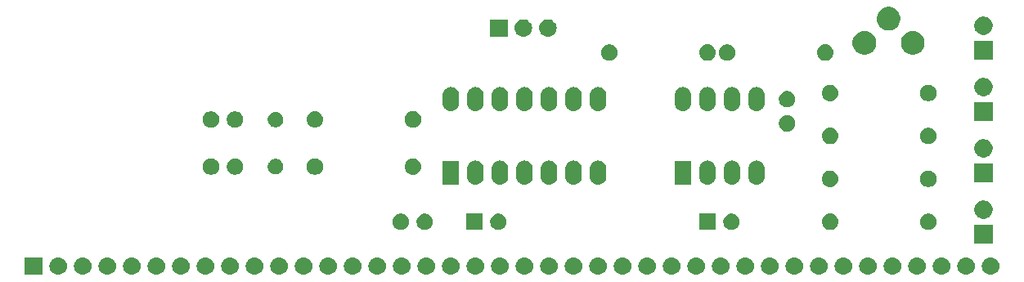
<source format=gbr>
G04 #@! TF.GenerationSoftware,KiCad,Pcbnew,(5.1.2)-2*
G04 #@! TF.CreationDate,2021-09-18T22:48:39+02:00*
G04 #@! TF.ProjectId,aZ80_Clock,615a3830-5f43-46c6-9f63-6b2e6b696361,rev?*
G04 #@! TF.SameCoordinates,Original*
G04 #@! TF.FileFunction,Soldermask,Bot*
G04 #@! TF.FilePolarity,Negative*
%FSLAX46Y46*%
G04 Gerber Fmt 4.6, Leading zero omitted, Abs format (unit mm)*
G04 Created by KiCad (PCBNEW (5.1.2)-2) date 2021-09-18 22:48:39*
%MOMM*%
%LPD*%
G04 APERTURE LIST*
%ADD10C,0.100000*%
G04 APERTURE END LIST*
D10*
G36*
X114510443Y-109105519D02*
G01*
X114576627Y-109112037D01*
X114746466Y-109163557D01*
X114902991Y-109247222D01*
X114938729Y-109276552D01*
X115040186Y-109359814D01*
X115123448Y-109461271D01*
X115152778Y-109497009D01*
X115236443Y-109653534D01*
X115287963Y-109823373D01*
X115305359Y-110000000D01*
X115287963Y-110176627D01*
X115236443Y-110346466D01*
X115152778Y-110502991D01*
X115123448Y-110538729D01*
X115040186Y-110640186D01*
X114938729Y-110723448D01*
X114902991Y-110752778D01*
X114746466Y-110836443D01*
X114576627Y-110887963D01*
X114510443Y-110894481D01*
X114444260Y-110901000D01*
X114355740Y-110901000D01*
X114289557Y-110894481D01*
X114223373Y-110887963D01*
X114053534Y-110836443D01*
X113897009Y-110752778D01*
X113861271Y-110723448D01*
X113759814Y-110640186D01*
X113676552Y-110538729D01*
X113647222Y-110502991D01*
X113563557Y-110346466D01*
X113512037Y-110176627D01*
X113494641Y-110000000D01*
X113512037Y-109823373D01*
X113563557Y-109653534D01*
X113647222Y-109497009D01*
X113676552Y-109461271D01*
X113759814Y-109359814D01*
X113861271Y-109276552D01*
X113897009Y-109247222D01*
X114053534Y-109163557D01*
X114223373Y-109112037D01*
X114289557Y-109105519D01*
X114355740Y-109099000D01*
X114444260Y-109099000D01*
X114510443Y-109105519D01*
X114510443Y-109105519D01*
G37*
G36*
X111970443Y-109105519D02*
G01*
X112036627Y-109112037D01*
X112206466Y-109163557D01*
X112362991Y-109247222D01*
X112398729Y-109276552D01*
X112500186Y-109359814D01*
X112583448Y-109461271D01*
X112612778Y-109497009D01*
X112696443Y-109653534D01*
X112747963Y-109823373D01*
X112765359Y-110000000D01*
X112747963Y-110176627D01*
X112696443Y-110346466D01*
X112612778Y-110502991D01*
X112583448Y-110538729D01*
X112500186Y-110640186D01*
X112398729Y-110723448D01*
X112362991Y-110752778D01*
X112206466Y-110836443D01*
X112036627Y-110887963D01*
X111970443Y-110894481D01*
X111904260Y-110901000D01*
X111815740Y-110901000D01*
X111749557Y-110894481D01*
X111683373Y-110887963D01*
X111513534Y-110836443D01*
X111357009Y-110752778D01*
X111321271Y-110723448D01*
X111219814Y-110640186D01*
X111136552Y-110538729D01*
X111107222Y-110502991D01*
X111023557Y-110346466D01*
X110972037Y-110176627D01*
X110954641Y-110000000D01*
X110972037Y-109823373D01*
X111023557Y-109653534D01*
X111107222Y-109497009D01*
X111136552Y-109461271D01*
X111219814Y-109359814D01*
X111321271Y-109276552D01*
X111357009Y-109247222D01*
X111513534Y-109163557D01*
X111683373Y-109112037D01*
X111749557Y-109105519D01*
X111815740Y-109099000D01*
X111904260Y-109099000D01*
X111970443Y-109105519D01*
X111970443Y-109105519D01*
G37*
G36*
X89901000Y-110901000D02*
G01*
X88099000Y-110901000D01*
X88099000Y-109099000D01*
X89901000Y-109099000D01*
X89901000Y-110901000D01*
X89901000Y-110901000D01*
G37*
G36*
X91650443Y-109105519D02*
G01*
X91716627Y-109112037D01*
X91886466Y-109163557D01*
X92042991Y-109247222D01*
X92078729Y-109276552D01*
X92180186Y-109359814D01*
X92263448Y-109461271D01*
X92292778Y-109497009D01*
X92376443Y-109653534D01*
X92427963Y-109823373D01*
X92445359Y-110000000D01*
X92427963Y-110176627D01*
X92376443Y-110346466D01*
X92292778Y-110502991D01*
X92263448Y-110538729D01*
X92180186Y-110640186D01*
X92078729Y-110723448D01*
X92042991Y-110752778D01*
X91886466Y-110836443D01*
X91716627Y-110887963D01*
X91650443Y-110894481D01*
X91584260Y-110901000D01*
X91495740Y-110901000D01*
X91429557Y-110894481D01*
X91363373Y-110887963D01*
X91193534Y-110836443D01*
X91037009Y-110752778D01*
X91001271Y-110723448D01*
X90899814Y-110640186D01*
X90816552Y-110538729D01*
X90787222Y-110502991D01*
X90703557Y-110346466D01*
X90652037Y-110176627D01*
X90634641Y-110000000D01*
X90652037Y-109823373D01*
X90703557Y-109653534D01*
X90787222Y-109497009D01*
X90816552Y-109461271D01*
X90899814Y-109359814D01*
X91001271Y-109276552D01*
X91037009Y-109247222D01*
X91193534Y-109163557D01*
X91363373Y-109112037D01*
X91429557Y-109105519D01*
X91495740Y-109099000D01*
X91584260Y-109099000D01*
X91650443Y-109105519D01*
X91650443Y-109105519D01*
G37*
G36*
X94190443Y-109105519D02*
G01*
X94256627Y-109112037D01*
X94426466Y-109163557D01*
X94582991Y-109247222D01*
X94618729Y-109276552D01*
X94720186Y-109359814D01*
X94803448Y-109461271D01*
X94832778Y-109497009D01*
X94916443Y-109653534D01*
X94967963Y-109823373D01*
X94985359Y-110000000D01*
X94967963Y-110176627D01*
X94916443Y-110346466D01*
X94832778Y-110502991D01*
X94803448Y-110538729D01*
X94720186Y-110640186D01*
X94618729Y-110723448D01*
X94582991Y-110752778D01*
X94426466Y-110836443D01*
X94256627Y-110887963D01*
X94190443Y-110894481D01*
X94124260Y-110901000D01*
X94035740Y-110901000D01*
X93969557Y-110894481D01*
X93903373Y-110887963D01*
X93733534Y-110836443D01*
X93577009Y-110752778D01*
X93541271Y-110723448D01*
X93439814Y-110640186D01*
X93356552Y-110538729D01*
X93327222Y-110502991D01*
X93243557Y-110346466D01*
X93192037Y-110176627D01*
X93174641Y-110000000D01*
X93192037Y-109823373D01*
X93243557Y-109653534D01*
X93327222Y-109497009D01*
X93356552Y-109461271D01*
X93439814Y-109359814D01*
X93541271Y-109276552D01*
X93577009Y-109247222D01*
X93733534Y-109163557D01*
X93903373Y-109112037D01*
X93969557Y-109105519D01*
X94035740Y-109099000D01*
X94124260Y-109099000D01*
X94190443Y-109105519D01*
X94190443Y-109105519D01*
G37*
G36*
X96730443Y-109105519D02*
G01*
X96796627Y-109112037D01*
X96966466Y-109163557D01*
X97122991Y-109247222D01*
X97158729Y-109276552D01*
X97260186Y-109359814D01*
X97343448Y-109461271D01*
X97372778Y-109497009D01*
X97456443Y-109653534D01*
X97507963Y-109823373D01*
X97525359Y-110000000D01*
X97507963Y-110176627D01*
X97456443Y-110346466D01*
X97372778Y-110502991D01*
X97343448Y-110538729D01*
X97260186Y-110640186D01*
X97158729Y-110723448D01*
X97122991Y-110752778D01*
X96966466Y-110836443D01*
X96796627Y-110887963D01*
X96730443Y-110894481D01*
X96664260Y-110901000D01*
X96575740Y-110901000D01*
X96509557Y-110894481D01*
X96443373Y-110887963D01*
X96273534Y-110836443D01*
X96117009Y-110752778D01*
X96081271Y-110723448D01*
X95979814Y-110640186D01*
X95896552Y-110538729D01*
X95867222Y-110502991D01*
X95783557Y-110346466D01*
X95732037Y-110176627D01*
X95714641Y-110000000D01*
X95732037Y-109823373D01*
X95783557Y-109653534D01*
X95867222Y-109497009D01*
X95896552Y-109461271D01*
X95979814Y-109359814D01*
X96081271Y-109276552D01*
X96117009Y-109247222D01*
X96273534Y-109163557D01*
X96443373Y-109112037D01*
X96509557Y-109105519D01*
X96575740Y-109099000D01*
X96664260Y-109099000D01*
X96730443Y-109105519D01*
X96730443Y-109105519D01*
G37*
G36*
X99270443Y-109105519D02*
G01*
X99336627Y-109112037D01*
X99506466Y-109163557D01*
X99662991Y-109247222D01*
X99698729Y-109276552D01*
X99800186Y-109359814D01*
X99883448Y-109461271D01*
X99912778Y-109497009D01*
X99996443Y-109653534D01*
X100047963Y-109823373D01*
X100065359Y-110000000D01*
X100047963Y-110176627D01*
X99996443Y-110346466D01*
X99912778Y-110502991D01*
X99883448Y-110538729D01*
X99800186Y-110640186D01*
X99698729Y-110723448D01*
X99662991Y-110752778D01*
X99506466Y-110836443D01*
X99336627Y-110887963D01*
X99270443Y-110894481D01*
X99204260Y-110901000D01*
X99115740Y-110901000D01*
X99049557Y-110894481D01*
X98983373Y-110887963D01*
X98813534Y-110836443D01*
X98657009Y-110752778D01*
X98621271Y-110723448D01*
X98519814Y-110640186D01*
X98436552Y-110538729D01*
X98407222Y-110502991D01*
X98323557Y-110346466D01*
X98272037Y-110176627D01*
X98254641Y-110000000D01*
X98272037Y-109823373D01*
X98323557Y-109653534D01*
X98407222Y-109497009D01*
X98436552Y-109461271D01*
X98519814Y-109359814D01*
X98621271Y-109276552D01*
X98657009Y-109247222D01*
X98813534Y-109163557D01*
X98983373Y-109112037D01*
X99049557Y-109105519D01*
X99115740Y-109099000D01*
X99204260Y-109099000D01*
X99270443Y-109105519D01*
X99270443Y-109105519D01*
G37*
G36*
X101810443Y-109105519D02*
G01*
X101876627Y-109112037D01*
X102046466Y-109163557D01*
X102202991Y-109247222D01*
X102238729Y-109276552D01*
X102340186Y-109359814D01*
X102423448Y-109461271D01*
X102452778Y-109497009D01*
X102536443Y-109653534D01*
X102587963Y-109823373D01*
X102605359Y-110000000D01*
X102587963Y-110176627D01*
X102536443Y-110346466D01*
X102452778Y-110502991D01*
X102423448Y-110538729D01*
X102340186Y-110640186D01*
X102238729Y-110723448D01*
X102202991Y-110752778D01*
X102046466Y-110836443D01*
X101876627Y-110887963D01*
X101810443Y-110894481D01*
X101744260Y-110901000D01*
X101655740Y-110901000D01*
X101589557Y-110894481D01*
X101523373Y-110887963D01*
X101353534Y-110836443D01*
X101197009Y-110752778D01*
X101161271Y-110723448D01*
X101059814Y-110640186D01*
X100976552Y-110538729D01*
X100947222Y-110502991D01*
X100863557Y-110346466D01*
X100812037Y-110176627D01*
X100794641Y-110000000D01*
X100812037Y-109823373D01*
X100863557Y-109653534D01*
X100947222Y-109497009D01*
X100976552Y-109461271D01*
X101059814Y-109359814D01*
X101161271Y-109276552D01*
X101197009Y-109247222D01*
X101353534Y-109163557D01*
X101523373Y-109112037D01*
X101589557Y-109105519D01*
X101655740Y-109099000D01*
X101744260Y-109099000D01*
X101810443Y-109105519D01*
X101810443Y-109105519D01*
G37*
G36*
X104350443Y-109105519D02*
G01*
X104416627Y-109112037D01*
X104586466Y-109163557D01*
X104742991Y-109247222D01*
X104778729Y-109276552D01*
X104880186Y-109359814D01*
X104963448Y-109461271D01*
X104992778Y-109497009D01*
X105076443Y-109653534D01*
X105127963Y-109823373D01*
X105145359Y-110000000D01*
X105127963Y-110176627D01*
X105076443Y-110346466D01*
X104992778Y-110502991D01*
X104963448Y-110538729D01*
X104880186Y-110640186D01*
X104778729Y-110723448D01*
X104742991Y-110752778D01*
X104586466Y-110836443D01*
X104416627Y-110887963D01*
X104350443Y-110894481D01*
X104284260Y-110901000D01*
X104195740Y-110901000D01*
X104129557Y-110894481D01*
X104063373Y-110887963D01*
X103893534Y-110836443D01*
X103737009Y-110752778D01*
X103701271Y-110723448D01*
X103599814Y-110640186D01*
X103516552Y-110538729D01*
X103487222Y-110502991D01*
X103403557Y-110346466D01*
X103352037Y-110176627D01*
X103334641Y-110000000D01*
X103352037Y-109823373D01*
X103403557Y-109653534D01*
X103487222Y-109497009D01*
X103516552Y-109461271D01*
X103599814Y-109359814D01*
X103701271Y-109276552D01*
X103737009Y-109247222D01*
X103893534Y-109163557D01*
X104063373Y-109112037D01*
X104129557Y-109105519D01*
X104195740Y-109099000D01*
X104284260Y-109099000D01*
X104350443Y-109105519D01*
X104350443Y-109105519D01*
G37*
G36*
X106890443Y-109105519D02*
G01*
X106956627Y-109112037D01*
X107126466Y-109163557D01*
X107282991Y-109247222D01*
X107318729Y-109276552D01*
X107420186Y-109359814D01*
X107503448Y-109461271D01*
X107532778Y-109497009D01*
X107616443Y-109653534D01*
X107667963Y-109823373D01*
X107685359Y-110000000D01*
X107667963Y-110176627D01*
X107616443Y-110346466D01*
X107532778Y-110502991D01*
X107503448Y-110538729D01*
X107420186Y-110640186D01*
X107318729Y-110723448D01*
X107282991Y-110752778D01*
X107126466Y-110836443D01*
X106956627Y-110887963D01*
X106890443Y-110894481D01*
X106824260Y-110901000D01*
X106735740Y-110901000D01*
X106669557Y-110894481D01*
X106603373Y-110887963D01*
X106433534Y-110836443D01*
X106277009Y-110752778D01*
X106241271Y-110723448D01*
X106139814Y-110640186D01*
X106056552Y-110538729D01*
X106027222Y-110502991D01*
X105943557Y-110346466D01*
X105892037Y-110176627D01*
X105874641Y-110000000D01*
X105892037Y-109823373D01*
X105943557Y-109653534D01*
X106027222Y-109497009D01*
X106056552Y-109461271D01*
X106139814Y-109359814D01*
X106241271Y-109276552D01*
X106277009Y-109247222D01*
X106433534Y-109163557D01*
X106603373Y-109112037D01*
X106669557Y-109105519D01*
X106735740Y-109099000D01*
X106824260Y-109099000D01*
X106890443Y-109105519D01*
X106890443Y-109105519D01*
G37*
G36*
X109430443Y-109105519D02*
G01*
X109496627Y-109112037D01*
X109666466Y-109163557D01*
X109822991Y-109247222D01*
X109858729Y-109276552D01*
X109960186Y-109359814D01*
X110043448Y-109461271D01*
X110072778Y-109497009D01*
X110156443Y-109653534D01*
X110207963Y-109823373D01*
X110225359Y-110000000D01*
X110207963Y-110176627D01*
X110156443Y-110346466D01*
X110072778Y-110502991D01*
X110043448Y-110538729D01*
X109960186Y-110640186D01*
X109858729Y-110723448D01*
X109822991Y-110752778D01*
X109666466Y-110836443D01*
X109496627Y-110887963D01*
X109430443Y-110894481D01*
X109364260Y-110901000D01*
X109275740Y-110901000D01*
X109209557Y-110894481D01*
X109143373Y-110887963D01*
X108973534Y-110836443D01*
X108817009Y-110752778D01*
X108781271Y-110723448D01*
X108679814Y-110640186D01*
X108596552Y-110538729D01*
X108567222Y-110502991D01*
X108483557Y-110346466D01*
X108432037Y-110176627D01*
X108414641Y-110000000D01*
X108432037Y-109823373D01*
X108483557Y-109653534D01*
X108567222Y-109497009D01*
X108596552Y-109461271D01*
X108679814Y-109359814D01*
X108781271Y-109276552D01*
X108817009Y-109247222D01*
X108973534Y-109163557D01*
X109143373Y-109112037D01*
X109209557Y-109105519D01*
X109275740Y-109099000D01*
X109364260Y-109099000D01*
X109430443Y-109105519D01*
X109430443Y-109105519D01*
G37*
G36*
X139910443Y-109105519D02*
G01*
X139976627Y-109112037D01*
X140146466Y-109163557D01*
X140302991Y-109247222D01*
X140338729Y-109276552D01*
X140440186Y-109359814D01*
X140523448Y-109461271D01*
X140552778Y-109497009D01*
X140636443Y-109653534D01*
X140687963Y-109823373D01*
X140705359Y-110000000D01*
X140687963Y-110176627D01*
X140636443Y-110346466D01*
X140552778Y-110502991D01*
X140523448Y-110538729D01*
X140440186Y-110640186D01*
X140338729Y-110723448D01*
X140302991Y-110752778D01*
X140146466Y-110836443D01*
X139976627Y-110887963D01*
X139910443Y-110894481D01*
X139844260Y-110901000D01*
X139755740Y-110901000D01*
X139689557Y-110894481D01*
X139623373Y-110887963D01*
X139453534Y-110836443D01*
X139297009Y-110752778D01*
X139261271Y-110723448D01*
X139159814Y-110640186D01*
X139076552Y-110538729D01*
X139047222Y-110502991D01*
X138963557Y-110346466D01*
X138912037Y-110176627D01*
X138894641Y-110000000D01*
X138912037Y-109823373D01*
X138963557Y-109653534D01*
X139047222Y-109497009D01*
X139076552Y-109461271D01*
X139159814Y-109359814D01*
X139261271Y-109276552D01*
X139297009Y-109247222D01*
X139453534Y-109163557D01*
X139623373Y-109112037D01*
X139689557Y-109105519D01*
X139755740Y-109099000D01*
X139844260Y-109099000D01*
X139910443Y-109105519D01*
X139910443Y-109105519D01*
G37*
G36*
X117050443Y-109105519D02*
G01*
X117116627Y-109112037D01*
X117286466Y-109163557D01*
X117442991Y-109247222D01*
X117478729Y-109276552D01*
X117580186Y-109359814D01*
X117663448Y-109461271D01*
X117692778Y-109497009D01*
X117776443Y-109653534D01*
X117827963Y-109823373D01*
X117845359Y-110000000D01*
X117827963Y-110176627D01*
X117776443Y-110346466D01*
X117692778Y-110502991D01*
X117663448Y-110538729D01*
X117580186Y-110640186D01*
X117478729Y-110723448D01*
X117442991Y-110752778D01*
X117286466Y-110836443D01*
X117116627Y-110887963D01*
X117050443Y-110894481D01*
X116984260Y-110901000D01*
X116895740Y-110901000D01*
X116829557Y-110894481D01*
X116763373Y-110887963D01*
X116593534Y-110836443D01*
X116437009Y-110752778D01*
X116401271Y-110723448D01*
X116299814Y-110640186D01*
X116216552Y-110538729D01*
X116187222Y-110502991D01*
X116103557Y-110346466D01*
X116052037Y-110176627D01*
X116034641Y-110000000D01*
X116052037Y-109823373D01*
X116103557Y-109653534D01*
X116187222Y-109497009D01*
X116216552Y-109461271D01*
X116299814Y-109359814D01*
X116401271Y-109276552D01*
X116437009Y-109247222D01*
X116593534Y-109163557D01*
X116763373Y-109112037D01*
X116829557Y-109105519D01*
X116895740Y-109099000D01*
X116984260Y-109099000D01*
X117050443Y-109105519D01*
X117050443Y-109105519D01*
G37*
G36*
X119590443Y-109105519D02*
G01*
X119656627Y-109112037D01*
X119826466Y-109163557D01*
X119982991Y-109247222D01*
X120018729Y-109276552D01*
X120120186Y-109359814D01*
X120203448Y-109461271D01*
X120232778Y-109497009D01*
X120316443Y-109653534D01*
X120367963Y-109823373D01*
X120385359Y-110000000D01*
X120367963Y-110176627D01*
X120316443Y-110346466D01*
X120232778Y-110502991D01*
X120203448Y-110538729D01*
X120120186Y-110640186D01*
X120018729Y-110723448D01*
X119982991Y-110752778D01*
X119826466Y-110836443D01*
X119656627Y-110887963D01*
X119590443Y-110894481D01*
X119524260Y-110901000D01*
X119435740Y-110901000D01*
X119369557Y-110894481D01*
X119303373Y-110887963D01*
X119133534Y-110836443D01*
X118977009Y-110752778D01*
X118941271Y-110723448D01*
X118839814Y-110640186D01*
X118756552Y-110538729D01*
X118727222Y-110502991D01*
X118643557Y-110346466D01*
X118592037Y-110176627D01*
X118574641Y-110000000D01*
X118592037Y-109823373D01*
X118643557Y-109653534D01*
X118727222Y-109497009D01*
X118756552Y-109461271D01*
X118839814Y-109359814D01*
X118941271Y-109276552D01*
X118977009Y-109247222D01*
X119133534Y-109163557D01*
X119303373Y-109112037D01*
X119369557Y-109105519D01*
X119435740Y-109099000D01*
X119524260Y-109099000D01*
X119590443Y-109105519D01*
X119590443Y-109105519D01*
G37*
G36*
X122130443Y-109105519D02*
G01*
X122196627Y-109112037D01*
X122366466Y-109163557D01*
X122522991Y-109247222D01*
X122558729Y-109276552D01*
X122660186Y-109359814D01*
X122743448Y-109461271D01*
X122772778Y-109497009D01*
X122856443Y-109653534D01*
X122907963Y-109823373D01*
X122925359Y-110000000D01*
X122907963Y-110176627D01*
X122856443Y-110346466D01*
X122772778Y-110502991D01*
X122743448Y-110538729D01*
X122660186Y-110640186D01*
X122558729Y-110723448D01*
X122522991Y-110752778D01*
X122366466Y-110836443D01*
X122196627Y-110887963D01*
X122130443Y-110894481D01*
X122064260Y-110901000D01*
X121975740Y-110901000D01*
X121909557Y-110894481D01*
X121843373Y-110887963D01*
X121673534Y-110836443D01*
X121517009Y-110752778D01*
X121481271Y-110723448D01*
X121379814Y-110640186D01*
X121296552Y-110538729D01*
X121267222Y-110502991D01*
X121183557Y-110346466D01*
X121132037Y-110176627D01*
X121114641Y-110000000D01*
X121132037Y-109823373D01*
X121183557Y-109653534D01*
X121267222Y-109497009D01*
X121296552Y-109461271D01*
X121379814Y-109359814D01*
X121481271Y-109276552D01*
X121517009Y-109247222D01*
X121673534Y-109163557D01*
X121843373Y-109112037D01*
X121909557Y-109105519D01*
X121975740Y-109099000D01*
X122064260Y-109099000D01*
X122130443Y-109105519D01*
X122130443Y-109105519D01*
G37*
G36*
X124670443Y-109105519D02*
G01*
X124736627Y-109112037D01*
X124906466Y-109163557D01*
X125062991Y-109247222D01*
X125098729Y-109276552D01*
X125200186Y-109359814D01*
X125283448Y-109461271D01*
X125312778Y-109497009D01*
X125396443Y-109653534D01*
X125447963Y-109823373D01*
X125465359Y-110000000D01*
X125447963Y-110176627D01*
X125396443Y-110346466D01*
X125312778Y-110502991D01*
X125283448Y-110538729D01*
X125200186Y-110640186D01*
X125098729Y-110723448D01*
X125062991Y-110752778D01*
X124906466Y-110836443D01*
X124736627Y-110887963D01*
X124670443Y-110894481D01*
X124604260Y-110901000D01*
X124515740Y-110901000D01*
X124449557Y-110894481D01*
X124383373Y-110887963D01*
X124213534Y-110836443D01*
X124057009Y-110752778D01*
X124021271Y-110723448D01*
X123919814Y-110640186D01*
X123836552Y-110538729D01*
X123807222Y-110502991D01*
X123723557Y-110346466D01*
X123672037Y-110176627D01*
X123654641Y-110000000D01*
X123672037Y-109823373D01*
X123723557Y-109653534D01*
X123807222Y-109497009D01*
X123836552Y-109461271D01*
X123919814Y-109359814D01*
X124021271Y-109276552D01*
X124057009Y-109247222D01*
X124213534Y-109163557D01*
X124383373Y-109112037D01*
X124449557Y-109105519D01*
X124515740Y-109099000D01*
X124604260Y-109099000D01*
X124670443Y-109105519D01*
X124670443Y-109105519D01*
G37*
G36*
X127210443Y-109105519D02*
G01*
X127276627Y-109112037D01*
X127446466Y-109163557D01*
X127602991Y-109247222D01*
X127638729Y-109276552D01*
X127740186Y-109359814D01*
X127823448Y-109461271D01*
X127852778Y-109497009D01*
X127936443Y-109653534D01*
X127987963Y-109823373D01*
X128005359Y-110000000D01*
X127987963Y-110176627D01*
X127936443Y-110346466D01*
X127852778Y-110502991D01*
X127823448Y-110538729D01*
X127740186Y-110640186D01*
X127638729Y-110723448D01*
X127602991Y-110752778D01*
X127446466Y-110836443D01*
X127276627Y-110887963D01*
X127210443Y-110894481D01*
X127144260Y-110901000D01*
X127055740Y-110901000D01*
X126989557Y-110894481D01*
X126923373Y-110887963D01*
X126753534Y-110836443D01*
X126597009Y-110752778D01*
X126561271Y-110723448D01*
X126459814Y-110640186D01*
X126376552Y-110538729D01*
X126347222Y-110502991D01*
X126263557Y-110346466D01*
X126212037Y-110176627D01*
X126194641Y-110000000D01*
X126212037Y-109823373D01*
X126263557Y-109653534D01*
X126347222Y-109497009D01*
X126376552Y-109461271D01*
X126459814Y-109359814D01*
X126561271Y-109276552D01*
X126597009Y-109247222D01*
X126753534Y-109163557D01*
X126923373Y-109112037D01*
X126989557Y-109105519D01*
X127055740Y-109099000D01*
X127144260Y-109099000D01*
X127210443Y-109105519D01*
X127210443Y-109105519D01*
G37*
G36*
X129750443Y-109105519D02*
G01*
X129816627Y-109112037D01*
X129986466Y-109163557D01*
X130142991Y-109247222D01*
X130178729Y-109276552D01*
X130280186Y-109359814D01*
X130363448Y-109461271D01*
X130392778Y-109497009D01*
X130476443Y-109653534D01*
X130527963Y-109823373D01*
X130545359Y-110000000D01*
X130527963Y-110176627D01*
X130476443Y-110346466D01*
X130392778Y-110502991D01*
X130363448Y-110538729D01*
X130280186Y-110640186D01*
X130178729Y-110723448D01*
X130142991Y-110752778D01*
X129986466Y-110836443D01*
X129816627Y-110887963D01*
X129750443Y-110894481D01*
X129684260Y-110901000D01*
X129595740Y-110901000D01*
X129529557Y-110894481D01*
X129463373Y-110887963D01*
X129293534Y-110836443D01*
X129137009Y-110752778D01*
X129101271Y-110723448D01*
X128999814Y-110640186D01*
X128916552Y-110538729D01*
X128887222Y-110502991D01*
X128803557Y-110346466D01*
X128752037Y-110176627D01*
X128734641Y-110000000D01*
X128752037Y-109823373D01*
X128803557Y-109653534D01*
X128887222Y-109497009D01*
X128916552Y-109461271D01*
X128999814Y-109359814D01*
X129101271Y-109276552D01*
X129137009Y-109247222D01*
X129293534Y-109163557D01*
X129463373Y-109112037D01*
X129529557Y-109105519D01*
X129595740Y-109099000D01*
X129684260Y-109099000D01*
X129750443Y-109105519D01*
X129750443Y-109105519D01*
G37*
G36*
X132290443Y-109105519D02*
G01*
X132356627Y-109112037D01*
X132526466Y-109163557D01*
X132682991Y-109247222D01*
X132718729Y-109276552D01*
X132820186Y-109359814D01*
X132903448Y-109461271D01*
X132932778Y-109497009D01*
X133016443Y-109653534D01*
X133067963Y-109823373D01*
X133085359Y-110000000D01*
X133067963Y-110176627D01*
X133016443Y-110346466D01*
X132932778Y-110502991D01*
X132903448Y-110538729D01*
X132820186Y-110640186D01*
X132718729Y-110723448D01*
X132682991Y-110752778D01*
X132526466Y-110836443D01*
X132356627Y-110887963D01*
X132290443Y-110894481D01*
X132224260Y-110901000D01*
X132135740Y-110901000D01*
X132069557Y-110894481D01*
X132003373Y-110887963D01*
X131833534Y-110836443D01*
X131677009Y-110752778D01*
X131641271Y-110723448D01*
X131539814Y-110640186D01*
X131456552Y-110538729D01*
X131427222Y-110502991D01*
X131343557Y-110346466D01*
X131292037Y-110176627D01*
X131274641Y-110000000D01*
X131292037Y-109823373D01*
X131343557Y-109653534D01*
X131427222Y-109497009D01*
X131456552Y-109461271D01*
X131539814Y-109359814D01*
X131641271Y-109276552D01*
X131677009Y-109247222D01*
X131833534Y-109163557D01*
X132003373Y-109112037D01*
X132069557Y-109105519D01*
X132135740Y-109099000D01*
X132224260Y-109099000D01*
X132290443Y-109105519D01*
X132290443Y-109105519D01*
G37*
G36*
X134830443Y-109105519D02*
G01*
X134896627Y-109112037D01*
X135066466Y-109163557D01*
X135222991Y-109247222D01*
X135258729Y-109276552D01*
X135360186Y-109359814D01*
X135443448Y-109461271D01*
X135472778Y-109497009D01*
X135556443Y-109653534D01*
X135607963Y-109823373D01*
X135625359Y-110000000D01*
X135607963Y-110176627D01*
X135556443Y-110346466D01*
X135472778Y-110502991D01*
X135443448Y-110538729D01*
X135360186Y-110640186D01*
X135258729Y-110723448D01*
X135222991Y-110752778D01*
X135066466Y-110836443D01*
X134896627Y-110887963D01*
X134830443Y-110894481D01*
X134764260Y-110901000D01*
X134675740Y-110901000D01*
X134609557Y-110894481D01*
X134543373Y-110887963D01*
X134373534Y-110836443D01*
X134217009Y-110752778D01*
X134181271Y-110723448D01*
X134079814Y-110640186D01*
X133996552Y-110538729D01*
X133967222Y-110502991D01*
X133883557Y-110346466D01*
X133832037Y-110176627D01*
X133814641Y-110000000D01*
X133832037Y-109823373D01*
X133883557Y-109653534D01*
X133967222Y-109497009D01*
X133996552Y-109461271D01*
X134079814Y-109359814D01*
X134181271Y-109276552D01*
X134217009Y-109247222D01*
X134373534Y-109163557D01*
X134543373Y-109112037D01*
X134609557Y-109105519D01*
X134675740Y-109099000D01*
X134764260Y-109099000D01*
X134830443Y-109105519D01*
X134830443Y-109105519D01*
G37*
G36*
X165310443Y-109105519D02*
G01*
X165376627Y-109112037D01*
X165546466Y-109163557D01*
X165702991Y-109247222D01*
X165738729Y-109276552D01*
X165840186Y-109359814D01*
X165923448Y-109461271D01*
X165952778Y-109497009D01*
X166036443Y-109653534D01*
X166087963Y-109823373D01*
X166105359Y-110000000D01*
X166087963Y-110176627D01*
X166036443Y-110346466D01*
X165952778Y-110502991D01*
X165923448Y-110538729D01*
X165840186Y-110640186D01*
X165738729Y-110723448D01*
X165702991Y-110752778D01*
X165546466Y-110836443D01*
X165376627Y-110887963D01*
X165310443Y-110894481D01*
X165244260Y-110901000D01*
X165155740Y-110901000D01*
X165089557Y-110894481D01*
X165023373Y-110887963D01*
X164853534Y-110836443D01*
X164697009Y-110752778D01*
X164661271Y-110723448D01*
X164559814Y-110640186D01*
X164476552Y-110538729D01*
X164447222Y-110502991D01*
X164363557Y-110346466D01*
X164312037Y-110176627D01*
X164294641Y-110000000D01*
X164312037Y-109823373D01*
X164363557Y-109653534D01*
X164447222Y-109497009D01*
X164476552Y-109461271D01*
X164559814Y-109359814D01*
X164661271Y-109276552D01*
X164697009Y-109247222D01*
X164853534Y-109163557D01*
X165023373Y-109112037D01*
X165089557Y-109105519D01*
X165155740Y-109099000D01*
X165244260Y-109099000D01*
X165310443Y-109105519D01*
X165310443Y-109105519D01*
G37*
G36*
X185630443Y-109105519D02*
G01*
X185696627Y-109112037D01*
X185866466Y-109163557D01*
X186022991Y-109247222D01*
X186058729Y-109276552D01*
X186160186Y-109359814D01*
X186243448Y-109461271D01*
X186272778Y-109497009D01*
X186356443Y-109653534D01*
X186407963Y-109823373D01*
X186425359Y-110000000D01*
X186407963Y-110176627D01*
X186356443Y-110346466D01*
X186272778Y-110502991D01*
X186243448Y-110538729D01*
X186160186Y-110640186D01*
X186058729Y-110723448D01*
X186022991Y-110752778D01*
X185866466Y-110836443D01*
X185696627Y-110887963D01*
X185630443Y-110894481D01*
X185564260Y-110901000D01*
X185475740Y-110901000D01*
X185409557Y-110894481D01*
X185343373Y-110887963D01*
X185173534Y-110836443D01*
X185017009Y-110752778D01*
X184981271Y-110723448D01*
X184879814Y-110640186D01*
X184796552Y-110538729D01*
X184767222Y-110502991D01*
X184683557Y-110346466D01*
X184632037Y-110176627D01*
X184614641Y-110000000D01*
X184632037Y-109823373D01*
X184683557Y-109653534D01*
X184767222Y-109497009D01*
X184796552Y-109461271D01*
X184879814Y-109359814D01*
X184981271Y-109276552D01*
X185017009Y-109247222D01*
X185173534Y-109163557D01*
X185343373Y-109112037D01*
X185409557Y-109105519D01*
X185475740Y-109099000D01*
X185564260Y-109099000D01*
X185630443Y-109105519D01*
X185630443Y-109105519D01*
G37*
G36*
X142450443Y-109105519D02*
G01*
X142516627Y-109112037D01*
X142686466Y-109163557D01*
X142842991Y-109247222D01*
X142878729Y-109276552D01*
X142980186Y-109359814D01*
X143063448Y-109461271D01*
X143092778Y-109497009D01*
X143176443Y-109653534D01*
X143227963Y-109823373D01*
X143245359Y-110000000D01*
X143227963Y-110176627D01*
X143176443Y-110346466D01*
X143092778Y-110502991D01*
X143063448Y-110538729D01*
X142980186Y-110640186D01*
X142878729Y-110723448D01*
X142842991Y-110752778D01*
X142686466Y-110836443D01*
X142516627Y-110887963D01*
X142450443Y-110894481D01*
X142384260Y-110901000D01*
X142295740Y-110901000D01*
X142229557Y-110894481D01*
X142163373Y-110887963D01*
X141993534Y-110836443D01*
X141837009Y-110752778D01*
X141801271Y-110723448D01*
X141699814Y-110640186D01*
X141616552Y-110538729D01*
X141587222Y-110502991D01*
X141503557Y-110346466D01*
X141452037Y-110176627D01*
X141434641Y-110000000D01*
X141452037Y-109823373D01*
X141503557Y-109653534D01*
X141587222Y-109497009D01*
X141616552Y-109461271D01*
X141699814Y-109359814D01*
X141801271Y-109276552D01*
X141837009Y-109247222D01*
X141993534Y-109163557D01*
X142163373Y-109112037D01*
X142229557Y-109105519D01*
X142295740Y-109099000D01*
X142384260Y-109099000D01*
X142450443Y-109105519D01*
X142450443Y-109105519D01*
G37*
G36*
X144990443Y-109105519D02*
G01*
X145056627Y-109112037D01*
X145226466Y-109163557D01*
X145382991Y-109247222D01*
X145418729Y-109276552D01*
X145520186Y-109359814D01*
X145603448Y-109461271D01*
X145632778Y-109497009D01*
X145716443Y-109653534D01*
X145767963Y-109823373D01*
X145785359Y-110000000D01*
X145767963Y-110176627D01*
X145716443Y-110346466D01*
X145632778Y-110502991D01*
X145603448Y-110538729D01*
X145520186Y-110640186D01*
X145418729Y-110723448D01*
X145382991Y-110752778D01*
X145226466Y-110836443D01*
X145056627Y-110887963D01*
X144990443Y-110894481D01*
X144924260Y-110901000D01*
X144835740Y-110901000D01*
X144769557Y-110894481D01*
X144703373Y-110887963D01*
X144533534Y-110836443D01*
X144377009Y-110752778D01*
X144341271Y-110723448D01*
X144239814Y-110640186D01*
X144156552Y-110538729D01*
X144127222Y-110502991D01*
X144043557Y-110346466D01*
X143992037Y-110176627D01*
X143974641Y-110000000D01*
X143992037Y-109823373D01*
X144043557Y-109653534D01*
X144127222Y-109497009D01*
X144156552Y-109461271D01*
X144239814Y-109359814D01*
X144341271Y-109276552D01*
X144377009Y-109247222D01*
X144533534Y-109163557D01*
X144703373Y-109112037D01*
X144769557Y-109105519D01*
X144835740Y-109099000D01*
X144924260Y-109099000D01*
X144990443Y-109105519D01*
X144990443Y-109105519D01*
G37*
G36*
X147530443Y-109105519D02*
G01*
X147596627Y-109112037D01*
X147766466Y-109163557D01*
X147922991Y-109247222D01*
X147958729Y-109276552D01*
X148060186Y-109359814D01*
X148143448Y-109461271D01*
X148172778Y-109497009D01*
X148256443Y-109653534D01*
X148307963Y-109823373D01*
X148325359Y-110000000D01*
X148307963Y-110176627D01*
X148256443Y-110346466D01*
X148172778Y-110502991D01*
X148143448Y-110538729D01*
X148060186Y-110640186D01*
X147958729Y-110723448D01*
X147922991Y-110752778D01*
X147766466Y-110836443D01*
X147596627Y-110887963D01*
X147530443Y-110894481D01*
X147464260Y-110901000D01*
X147375740Y-110901000D01*
X147309557Y-110894481D01*
X147243373Y-110887963D01*
X147073534Y-110836443D01*
X146917009Y-110752778D01*
X146881271Y-110723448D01*
X146779814Y-110640186D01*
X146696552Y-110538729D01*
X146667222Y-110502991D01*
X146583557Y-110346466D01*
X146532037Y-110176627D01*
X146514641Y-110000000D01*
X146532037Y-109823373D01*
X146583557Y-109653534D01*
X146667222Y-109497009D01*
X146696552Y-109461271D01*
X146779814Y-109359814D01*
X146881271Y-109276552D01*
X146917009Y-109247222D01*
X147073534Y-109163557D01*
X147243373Y-109112037D01*
X147309557Y-109105519D01*
X147375740Y-109099000D01*
X147464260Y-109099000D01*
X147530443Y-109105519D01*
X147530443Y-109105519D01*
G37*
G36*
X150070443Y-109105519D02*
G01*
X150136627Y-109112037D01*
X150306466Y-109163557D01*
X150462991Y-109247222D01*
X150498729Y-109276552D01*
X150600186Y-109359814D01*
X150683448Y-109461271D01*
X150712778Y-109497009D01*
X150796443Y-109653534D01*
X150847963Y-109823373D01*
X150865359Y-110000000D01*
X150847963Y-110176627D01*
X150796443Y-110346466D01*
X150712778Y-110502991D01*
X150683448Y-110538729D01*
X150600186Y-110640186D01*
X150498729Y-110723448D01*
X150462991Y-110752778D01*
X150306466Y-110836443D01*
X150136627Y-110887963D01*
X150070443Y-110894481D01*
X150004260Y-110901000D01*
X149915740Y-110901000D01*
X149849557Y-110894481D01*
X149783373Y-110887963D01*
X149613534Y-110836443D01*
X149457009Y-110752778D01*
X149421271Y-110723448D01*
X149319814Y-110640186D01*
X149236552Y-110538729D01*
X149207222Y-110502991D01*
X149123557Y-110346466D01*
X149072037Y-110176627D01*
X149054641Y-110000000D01*
X149072037Y-109823373D01*
X149123557Y-109653534D01*
X149207222Y-109497009D01*
X149236552Y-109461271D01*
X149319814Y-109359814D01*
X149421271Y-109276552D01*
X149457009Y-109247222D01*
X149613534Y-109163557D01*
X149783373Y-109112037D01*
X149849557Y-109105519D01*
X149915740Y-109099000D01*
X150004260Y-109099000D01*
X150070443Y-109105519D01*
X150070443Y-109105519D01*
G37*
G36*
X152610443Y-109105519D02*
G01*
X152676627Y-109112037D01*
X152846466Y-109163557D01*
X153002991Y-109247222D01*
X153038729Y-109276552D01*
X153140186Y-109359814D01*
X153223448Y-109461271D01*
X153252778Y-109497009D01*
X153336443Y-109653534D01*
X153387963Y-109823373D01*
X153405359Y-110000000D01*
X153387963Y-110176627D01*
X153336443Y-110346466D01*
X153252778Y-110502991D01*
X153223448Y-110538729D01*
X153140186Y-110640186D01*
X153038729Y-110723448D01*
X153002991Y-110752778D01*
X152846466Y-110836443D01*
X152676627Y-110887963D01*
X152610443Y-110894481D01*
X152544260Y-110901000D01*
X152455740Y-110901000D01*
X152389557Y-110894481D01*
X152323373Y-110887963D01*
X152153534Y-110836443D01*
X151997009Y-110752778D01*
X151961271Y-110723448D01*
X151859814Y-110640186D01*
X151776552Y-110538729D01*
X151747222Y-110502991D01*
X151663557Y-110346466D01*
X151612037Y-110176627D01*
X151594641Y-110000000D01*
X151612037Y-109823373D01*
X151663557Y-109653534D01*
X151747222Y-109497009D01*
X151776552Y-109461271D01*
X151859814Y-109359814D01*
X151961271Y-109276552D01*
X151997009Y-109247222D01*
X152153534Y-109163557D01*
X152323373Y-109112037D01*
X152389557Y-109105519D01*
X152455740Y-109099000D01*
X152544260Y-109099000D01*
X152610443Y-109105519D01*
X152610443Y-109105519D01*
G37*
G36*
X155150443Y-109105519D02*
G01*
X155216627Y-109112037D01*
X155386466Y-109163557D01*
X155542991Y-109247222D01*
X155578729Y-109276552D01*
X155680186Y-109359814D01*
X155763448Y-109461271D01*
X155792778Y-109497009D01*
X155876443Y-109653534D01*
X155927963Y-109823373D01*
X155945359Y-110000000D01*
X155927963Y-110176627D01*
X155876443Y-110346466D01*
X155792778Y-110502991D01*
X155763448Y-110538729D01*
X155680186Y-110640186D01*
X155578729Y-110723448D01*
X155542991Y-110752778D01*
X155386466Y-110836443D01*
X155216627Y-110887963D01*
X155150443Y-110894481D01*
X155084260Y-110901000D01*
X154995740Y-110901000D01*
X154929557Y-110894481D01*
X154863373Y-110887963D01*
X154693534Y-110836443D01*
X154537009Y-110752778D01*
X154501271Y-110723448D01*
X154399814Y-110640186D01*
X154316552Y-110538729D01*
X154287222Y-110502991D01*
X154203557Y-110346466D01*
X154152037Y-110176627D01*
X154134641Y-110000000D01*
X154152037Y-109823373D01*
X154203557Y-109653534D01*
X154287222Y-109497009D01*
X154316552Y-109461271D01*
X154399814Y-109359814D01*
X154501271Y-109276552D01*
X154537009Y-109247222D01*
X154693534Y-109163557D01*
X154863373Y-109112037D01*
X154929557Y-109105519D01*
X154995740Y-109099000D01*
X155084260Y-109099000D01*
X155150443Y-109105519D01*
X155150443Y-109105519D01*
G37*
G36*
X157690443Y-109105519D02*
G01*
X157756627Y-109112037D01*
X157926466Y-109163557D01*
X158082991Y-109247222D01*
X158118729Y-109276552D01*
X158220186Y-109359814D01*
X158303448Y-109461271D01*
X158332778Y-109497009D01*
X158416443Y-109653534D01*
X158467963Y-109823373D01*
X158485359Y-110000000D01*
X158467963Y-110176627D01*
X158416443Y-110346466D01*
X158332778Y-110502991D01*
X158303448Y-110538729D01*
X158220186Y-110640186D01*
X158118729Y-110723448D01*
X158082991Y-110752778D01*
X157926466Y-110836443D01*
X157756627Y-110887963D01*
X157690443Y-110894481D01*
X157624260Y-110901000D01*
X157535740Y-110901000D01*
X157469557Y-110894481D01*
X157403373Y-110887963D01*
X157233534Y-110836443D01*
X157077009Y-110752778D01*
X157041271Y-110723448D01*
X156939814Y-110640186D01*
X156856552Y-110538729D01*
X156827222Y-110502991D01*
X156743557Y-110346466D01*
X156692037Y-110176627D01*
X156674641Y-110000000D01*
X156692037Y-109823373D01*
X156743557Y-109653534D01*
X156827222Y-109497009D01*
X156856552Y-109461271D01*
X156939814Y-109359814D01*
X157041271Y-109276552D01*
X157077009Y-109247222D01*
X157233534Y-109163557D01*
X157403373Y-109112037D01*
X157469557Y-109105519D01*
X157535740Y-109099000D01*
X157624260Y-109099000D01*
X157690443Y-109105519D01*
X157690443Y-109105519D01*
G37*
G36*
X160230443Y-109105519D02*
G01*
X160296627Y-109112037D01*
X160466466Y-109163557D01*
X160622991Y-109247222D01*
X160658729Y-109276552D01*
X160760186Y-109359814D01*
X160843448Y-109461271D01*
X160872778Y-109497009D01*
X160956443Y-109653534D01*
X161007963Y-109823373D01*
X161025359Y-110000000D01*
X161007963Y-110176627D01*
X160956443Y-110346466D01*
X160872778Y-110502991D01*
X160843448Y-110538729D01*
X160760186Y-110640186D01*
X160658729Y-110723448D01*
X160622991Y-110752778D01*
X160466466Y-110836443D01*
X160296627Y-110887963D01*
X160230443Y-110894481D01*
X160164260Y-110901000D01*
X160075740Y-110901000D01*
X160009557Y-110894481D01*
X159943373Y-110887963D01*
X159773534Y-110836443D01*
X159617009Y-110752778D01*
X159581271Y-110723448D01*
X159479814Y-110640186D01*
X159396552Y-110538729D01*
X159367222Y-110502991D01*
X159283557Y-110346466D01*
X159232037Y-110176627D01*
X159214641Y-110000000D01*
X159232037Y-109823373D01*
X159283557Y-109653534D01*
X159367222Y-109497009D01*
X159396552Y-109461271D01*
X159479814Y-109359814D01*
X159581271Y-109276552D01*
X159617009Y-109247222D01*
X159773534Y-109163557D01*
X159943373Y-109112037D01*
X160009557Y-109105519D01*
X160075740Y-109099000D01*
X160164260Y-109099000D01*
X160230443Y-109105519D01*
X160230443Y-109105519D01*
G37*
G36*
X162770443Y-109105519D02*
G01*
X162836627Y-109112037D01*
X163006466Y-109163557D01*
X163162991Y-109247222D01*
X163198729Y-109276552D01*
X163300186Y-109359814D01*
X163383448Y-109461271D01*
X163412778Y-109497009D01*
X163496443Y-109653534D01*
X163547963Y-109823373D01*
X163565359Y-110000000D01*
X163547963Y-110176627D01*
X163496443Y-110346466D01*
X163412778Y-110502991D01*
X163383448Y-110538729D01*
X163300186Y-110640186D01*
X163198729Y-110723448D01*
X163162991Y-110752778D01*
X163006466Y-110836443D01*
X162836627Y-110887963D01*
X162770443Y-110894481D01*
X162704260Y-110901000D01*
X162615740Y-110901000D01*
X162549557Y-110894481D01*
X162483373Y-110887963D01*
X162313534Y-110836443D01*
X162157009Y-110752778D01*
X162121271Y-110723448D01*
X162019814Y-110640186D01*
X161936552Y-110538729D01*
X161907222Y-110502991D01*
X161823557Y-110346466D01*
X161772037Y-110176627D01*
X161754641Y-110000000D01*
X161772037Y-109823373D01*
X161823557Y-109653534D01*
X161907222Y-109497009D01*
X161936552Y-109461271D01*
X162019814Y-109359814D01*
X162121271Y-109276552D01*
X162157009Y-109247222D01*
X162313534Y-109163557D01*
X162483373Y-109112037D01*
X162549557Y-109105519D01*
X162615740Y-109099000D01*
X162704260Y-109099000D01*
X162770443Y-109105519D01*
X162770443Y-109105519D01*
G37*
G36*
X167850443Y-109105519D02*
G01*
X167916627Y-109112037D01*
X168086466Y-109163557D01*
X168242991Y-109247222D01*
X168278729Y-109276552D01*
X168380186Y-109359814D01*
X168463448Y-109461271D01*
X168492778Y-109497009D01*
X168576443Y-109653534D01*
X168627963Y-109823373D01*
X168645359Y-110000000D01*
X168627963Y-110176627D01*
X168576443Y-110346466D01*
X168492778Y-110502991D01*
X168463448Y-110538729D01*
X168380186Y-110640186D01*
X168278729Y-110723448D01*
X168242991Y-110752778D01*
X168086466Y-110836443D01*
X167916627Y-110887963D01*
X167850443Y-110894481D01*
X167784260Y-110901000D01*
X167695740Y-110901000D01*
X167629557Y-110894481D01*
X167563373Y-110887963D01*
X167393534Y-110836443D01*
X167237009Y-110752778D01*
X167201271Y-110723448D01*
X167099814Y-110640186D01*
X167016552Y-110538729D01*
X166987222Y-110502991D01*
X166903557Y-110346466D01*
X166852037Y-110176627D01*
X166834641Y-110000000D01*
X166852037Y-109823373D01*
X166903557Y-109653534D01*
X166987222Y-109497009D01*
X167016552Y-109461271D01*
X167099814Y-109359814D01*
X167201271Y-109276552D01*
X167237009Y-109247222D01*
X167393534Y-109163557D01*
X167563373Y-109112037D01*
X167629557Y-109105519D01*
X167695740Y-109099000D01*
X167784260Y-109099000D01*
X167850443Y-109105519D01*
X167850443Y-109105519D01*
G37*
G36*
X170390443Y-109105519D02*
G01*
X170456627Y-109112037D01*
X170626466Y-109163557D01*
X170782991Y-109247222D01*
X170818729Y-109276552D01*
X170920186Y-109359814D01*
X171003448Y-109461271D01*
X171032778Y-109497009D01*
X171116443Y-109653534D01*
X171167963Y-109823373D01*
X171185359Y-110000000D01*
X171167963Y-110176627D01*
X171116443Y-110346466D01*
X171032778Y-110502991D01*
X171003448Y-110538729D01*
X170920186Y-110640186D01*
X170818729Y-110723448D01*
X170782991Y-110752778D01*
X170626466Y-110836443D01*
X170456627Y-110887963D01*
X170390443Y-110894481D01*
X170324260Y-110901000D01*
X170235740Y-110901000D01*
X170169557Y-110894481D01*
X170103373Y-110887963D01*
X169933534Y-110836443D01*
X169777009Y-110752778D01*
X169741271Y-110723448D01*
X169639814Y-110640186D01*
X169556552Y-110538729D01*
X169527222Y-110502991D01*
X169443557Y-110346466D01*
X169392037Y-110176627D01*
X169374641Y-110000000D01*
X169392037Y-109823373D01*
X169443557Y-109653534D01*
X169527222Y-109497009D01*
X169556552Y-109461271D01*
X169639814Y-109359814D01*
X169741271Y-109276552D01*
X169777009Y-109247222D01*
X169933534Y-109163557D01*
X170103373Y-109112037D01*
X170169557Y-109105519D01*
X170235740Y-109099000D01*
X170324260Y-109099000D01*
X170390443Y-109105519D01*
X170390443Y-109105519D01*
G37*
G36*
X172930443Y-109105519D02*
G01*
X172996627Y-109112037D01*
X173166466Y-109163557D01*
X173322991Y-109247222D01*
X173358729Y-109276552D01*
X173460186Y-109359814D01*
X173543448Y-109461271D01*
X173572778Y-109497009D01*
X173656443Y-109653534D01*
X173707963Y-109823373D01*
X173725359Y-110000000D01*
X173707963Y-110176627D01*
X173656443Y-110346466D01*
X173572778Y-110502991D01*
X173543448Y-110538729D01*
X173460186Y-110640186D01*
X173358729Y-110723448D01*
X173322991Y-110752778D01*
X173166466Y-110836443D01*
X172996627Y-110887963D01*
X172930443Y-110894481D01*
X172864260Y-110901000D01*
X172775740Y-110901000D01*
X172709557Y-110894481D01*
X172643373Y-110887963D01*
X172473534Y-110836443D01*
X172317009Y-110752778D01*
X172281271Y-110723448D01*
X172179814Y-110640186D01*
X172096552Y-110538729D01*
X172067222Y-110502991D01*
X171983557Y-110346466D01*
X171932037Y-110176627D01*
X171914641Y-110000000D01*
X171932037Y-109823373D01*
X171983557Y-109653534D01*
X172067222Y-109497009D01*
X172096552Y-109461271D01*
X172179814Y-109359814D01*
X172281271Y-109276552D01*
X172317009Y-109247222D01*
X172473534Y-109163557D01*
X172643373Y-109112037D01*
X172709557Y-109105519D01*
X172775740Y-109099000D01*
X172864260Y-109099000D01*
X172930443Y-109105519D01*
X172930443Y-109105519D01*
G37*
G36*
X175470443Y-109105519D02*
G01*
X175536627Y-109112037D01*
X175706466Y-109163557D01*
X175862991Y-109247222D01*
X175898729Y-109276552D01*
X176000186Y-109359814D01*
X176083448Y-109461271D01*
X176112778Y-109497009D01*
X176196443Y-109653534D01*
X176247963Y-109823373D01*
X176265359Y-110000000D01*
X176247963Y-110176627D01*
X176196443Y-110346466D01*
X176112778Y-110502991D01*
X176083448Y-110538729D01*
X176000186Y-110640186D01*
X175898729Y-110723448D01*
X175862991Y-110752778D01*
X175706466Y-110836443D01*
X175536627Y-110887963D01*
X175470443Y-110894481D01*
X175404260Y-110901000D01*
X175315740Y-110901000D01*
X175249557Y-110894481D01*
X175183373Y-110887963D01*
X175013534Y-110836443D01*
X174857009Y-110752778D01*
X174821271Y-110723448D01*
X174719814Y-110640186D01*
X174636552Y-110538729D01*
X174607222Y-110502991D01*
X174523557Y-110346466D01*
X174472037Y-110176627D01*
X174454641Y-110000000D01*
X174472037Y-109823373D01*
X174523557Y-109653534D01*
X174607222Y-109497009D01*
X174636552Y-109461271D01*
X174719814Y-109359814D01*
X174821271Y-109276552D01*
X174857009Y-109247222D01*
X175013534Y-109163557D01*
X175183373Y-109112037D01*
X175249557Y-109105519D01*
X175315740Y-109099000D01*
X175404260Y-109099000D01*
X175470443Y-109105519D01*
X175470443Y-109105519D01*
G37*
G36*
X178010443Y-109105519D02*
G01*
X178076627Y-109112037D01*
X178246466Y-109163557D01*
X178402991Y-109247222D01*
X178438729Y-109276552D01*
X178540186Y-109359814D01*
X178623448Y-109461271D01*
X178652778Y-109497009D01*
X178736443Y-109653534D01*
X178787963Y-109823373D01*
X178805359Y-110000000D01*
X178787963Y-110176627D01*
X178736443Y-110346466D01*
X178652778Y-110502991D01*
X178623448Y-110538729D01*
X178540186Y-110640186D01*
X178438729Y-110723448D01*
X178402991Y-110752778D01*
X178246466Y-110836443D01*
X178076627Y-110887963D01*
X178010443Y-110894481D01*
X177944260Y-110901000D01*
X177855740Y-110901000D01*
X177789557Y-110894481D01*
X177723373Y-110887963D01*
X177553534Y-110836443D01*
X177397009Y-110752778D01*
X177361271Y-110723448D01*
X177259814Y-110640186D01*
X177176552Y-110538729D01*
X177147222Y-110502991D01*
X177063557Y-110346466D01*
X177012037Y-110176627D01*
X176994641Y-110000000D01*
X177012037Y-109823373D01*
X177063557Y-109653534D01*
X177147222Y-109497009D01*
X177176552Y-109461271D01*
X177259814Y-109359814D01*
X177361271Y-109276552D01*
X177397009Y-109247222D01*
X177553534Y-109163557D01*
X177723373Y-109112037D01*
X177789557Y-109105519D01*
X177855740Y-109099000D01*
X177944260Y-109099000D01*
X178010443Y-109105519D01*
X178010443Y-109105519D01*
G37*
G36*
X180550443Y-109105519D02*
G01*
X180616627Y-109112037D01*
X180786466Y-109163557D01*
X180942991Y-109247222D01*
X180978729Y-109276552D01*
X181080186Y-109359814D01*
X181163448Y-109461271D01*
X181192778Y-109497009D01*
X181276443Y-109653534D01*
X181327963Y-109823373D01*
X181345359Y-110000000D01*
X181327963Y-110176627D01*
X181276443Y-110346466D01*
X181192778Y-110502991D01*
X181163448Y-110538729D01*
X181080186Y-110640186D01*
X180978729Y-110723448D01*
X180942991Y-110752778D01*
X180786466Y-110836443D01*
X180616627Y-110887963D01*
X180550443Y-110894481D01*
X180484260Y-110901000D01*
X180395740Y-110901000D01*
X180329557Y-110894481D01*
X180263373Y-110887963D01*
X180093534Y-110836443D01*
X179937009Y-110752778D01*
X179901271Y-110723448D01*
X179799814Y-110640186D01*
X179716552Y-110538729D01*
X179687222Y-110502991D01*
X179603557Y-110346466D01*
X179552037Y-110176627D01*
X179534641Y-110000000D01*
X179552037Y-109823373D01*
X179603557Y-109653534D01*
X179687222Y-109497009D01*
X179716552Y-109461271D01*
X179799814Y-109359814D01*
X179901271Y-109276552D01*
X179937009Y-109247222D01*
X180093534Y-109163557D01*
X180263373Y-109112037D01*
X180329557Y-109105519D01*
X180395740Y-109099000D01*
X180484260Y-109099000D01*
X180550443Y-109105519D01*
X180550443Y-109105519D01*
G37*
G36*
X183090443Y-109105519D02*
G01*
X183156627Y-109112037D01*
X183326466Y-109163557D01*
X183482991Y-109247222D01*
X183518729Y-109276552D01*
X183620186Y-109359814D01*
X183703448Y-109461271D01*
X183732778Y-109497009D01*
X183816443Y-109653534D01*
X183867963Y-109823373D01*
X183885359Y-110000000D01*
X183867963Y-110176627D01*
X183816443Y-110346466D01*
X183732778Y-110502991D01*
X183703448Y-110538729D01*
X183620186Y-110640186D01*
X183518729Y-110723448D01*
X183482991Y-110752778D01*
X183326466Y-110836443D01*
X183156627Y-110887963D01*
X183090443Y-110894481D01*
X183024260Y-110901000D01*
X182935740Y-110901000D01*
X182869557Y-110894481D01*
X182803373Y-110887963D01*
X182633534Y-110836443D01*
X182477009Y-110752778D01*
X182441271Y-110723448D01*
X182339814Y-110640186D01*
X182256552Y-110538729D01*
X182227222Y-110502991D01*
X182143557Y-110346466D01*
X182092037Y-110176627D01*
X182074641Y-110000000D01*
X182092037Y-109823373D01*
X182143557Y-109653534D01*
X182227222Y-109497009D01*
X182256552Y-109461271D01*
X182339814Y-109359814D01*
X182441271Y-109276552D01*
X182477009Y-109247222D01*
X182633534Y-109163557D01*
X182803373Y-109112037D01*
X182869557Y-109105519D01*
X182935740Y-109099000D01*
X183024260Y-109099000D01*
X183090443Y-109105519D01*
X183090443Y-109105519D01*
G37*
G36*
X188170443Y-109105519D02*
G01*
X188236627Y-109112037D01*
X188406466Y-109163557D01*
X188562991Y-109247222D01*
X188598729Y-109276552D01*
X188700186Y-109359814D01*
X188783448Y-109461271D01*
X188812778Y-109497009D01*
X188896443Y-109653534D01*
X188947963Y-109823373D01*
X188965359Y-110000000D01*
X188947963Y-110176627D01*
X188896443Y-110346466D01*
X188812778Y-110502991D01*
X188783448Y-110538729D01*
X188700186Y-110640186D01*
X188598729Y-110723448D01*
X188562991Y-110752778D01*
X188406466Y-110836443D01*
X188236627Y-110887963D01*
X188170443Y-110894481D01*
X188104260Y-110901000D01*
X188015740Y-110901000D01*
X187949557Y-110894481D01*
X187883373Y-110887963D01*
X187713534Y-110836443D01*
X187557009Y-110752778D01*
X187521271Y-110723448D01*
X187419814Y-110640186D01*
X187336552Y-110538729D01*
X187307222Y-110502991D01*
X187223557Y-110346466D01*
X187172037Y-110176627D01*
X187154641Y-110000000D01*
X187172037Y-109823373D01*
X187223557Y-109653534D01*
X187307222Y-109497009D01*
X187336552Y-109461271D01*
X187419814Y-109359814D01*
X187521271Y-109276552D01*
X187557009Y-109247222D01*
X187713534Y-109163557D01*
X187883373Y-109112037D01*
X187949557Y-109105519D01*
X188015740Y-109099000D01*
X188104260Y-109099000D01*
X188170443Y-109105519D01*
X188170443Y-109105519D01*
G37*
G36*
X137370443Y-109105519D02*
G01*
X137436627Y-109112037D01*
X137606466Y-109163557D01*
X137762991Y-109247222D01*
X137798729Y-109276552D01*
X137900186Y-109359814D01*
X137983448Y-109461271D01*
X138012778Y-109497009D01*
X138096443Y-109653534D01*
X138147963Y-109823373D01*
X138165359Y-110000000D01*
X138147963Y-110176627D01*
X138096443Y-110346466D01*
X138012778Y-110502991D01*
X137983448Y-110538729D01*
X137900186Y-110640186D01*
X137798729Y-110723448D01*
X137762991Y-110752778D01*
X137606466Y-110836443D01*
X137436627Y-110887963D01*
X137370443Y-110894481D01*
X137304260Y-110901000D01*
X137215740Y-110901000D01*
X137149557Y-110894481D01*
X137083373Y-110887963D01*
X136913534Y-110836443D01*
X136757009Y-110752778D01*
X136721271Y-110723448D01*
X136619814Y-110640186D01*
X136536552Y-110538729D01*
X136507222Y-110502991D01*
X136423557Y-110346466D01*
X136372037Y-110176627D01*
X136354641Y-110000000D01*
X136372037Y-109823373D01*
X136423557Y-109653534D01*
X136507222Y-109497009D01*
X136536552Y-109461271D01*
X136619814Y-109359814D01*
X136721271Y-109276552D01*
X136757009Y-109247222D01*
X136913534Y-109163557D01*
X137083373Y-109112037D01*
X137149557Y-109105519D01*
X137215740Y-109099000D01*
X137304260Y-109099000D01*
X137370443Y-109105519D01*
X137370443Y-109105519D01*
G37*
G36*
X188276000Y-107631000D02*
G01*
X186374000Y-107631000D01*
X186374000Y-105729000D01*
X188276000Y-105729000D01*
X188276000Y-107631000D01*
X188276000Y-107631000D01*
G37*
G36*
X127248228Y-104591703D02*
G01*
X127403100Y-104655853D01*
X127542481Y-104748985D01*
X127661015Y-104867519D01*
X127754147Y-105006900D01*
X127818297Y-105161772D01*
X127851000Y-105326184D01*
X127851000Y-105493816D01*
X127818297Y-105658228D01*
X127754147Y-105813100D01*
X127661015Y-105952481D01*
X127542481Y-106071015D01*
X127403100Y-106164147D01*
X127248228Y-106228297D01*
X127083816Y-106261000D01*
X126916184Y-106261000D01*
X126751772Y-106228297D01*
X126596900Y-106164147D01*
X126457519Y-106071015D01*
X126338985Y-105952481D01*
X126245853Y-105813100D01*
X126181703Y-105658228D01*
X126149000Y-105493816D01*
X126149000Y-105326184D01*
X126181703Y-105161772D01*
X126245853Y-105006900D01*
X126338985Y-104867519D01*
X126457519Y-104748985D01*
X126596900Y-104655853D01*
X126751772Y-104591703D01*
X126916184Y-104559000D01*
X127083816Y-104559000D01*
X127248228Y-104591703D01*
X127248228Y-104591703D01*
G37*
G36*
X137368228Y-104591703D02*
G01*
X137523100Y-104655853D01*
X137662481Y-104748985D01*
X137781015Y-104867519D01*
X137874147Y-105006900D01*
X137938297Y-105161772D01*
X137971000Y-105326184D01*
X137971000Y-105493816D01*
X137938297Y-105658228D01*
X137874147Y-105813100D01*
X137781015Y-105952481D01*
X137662481Y-106071015D01*
X137523100Y-106164147D01*
X137368228Y-106228297D01*
X137203816Y-106261000D01*
X137036184Y-106261000D01*
X136871772Y-106228297D01*
X136716900Y-106164147D01*
X136577519Y-106071015D01*
X136458985Y-105952481D01*
X136365853Y-105813100D01*
X136301703Y-105658228D01*
X136269000Y-105493816D01*
X136269000Y-105326184D01*
X136301703Y-105161772D01*
X136365853Y-105006900D01*
X136458985Y-104867519D01*
X136577519Y-104748985D01*
X136716900Y-104655853D01*
X136871772Y-104591703D01*
X137036184Y-104559000D01*
X137203816Y-104559000D01*
X137368228Y-104591703D01*
X137368228Y-104591703D01*
G37*
G36*
X135471000Y-106261000D02*
G01*
X133769000Y-106261000D01*
X133769000Y-104559000D01*
X135471000Y-104559000D01*
X135471000Y-106261000D01*
X135471000Y-106261000D01*
G37*
G36*
X161498228Y-104591703D02*
G01*
X161653100Y-104655853D01*
X161792481Y-104748985D01*
X161911015Y-104867519D01*
X162004147Y-105006900D01*
X162068297Y-105161772D01*
X162101000Y-105326184D01*
X162101000Y-105493816D01*
X162068297Y-105658228D01*
X162004147Y-105813100D01*
X161911015Y-105952481D01*
X161792481Y-106071015D01*
X161653100Y-106164147D01*
X161498228Y-106228297D01*
X161333816Y-106261000D01*
X161166184Y-106261000D01*
X161001772Y-106228297D01*
X160846900Y-106164147D01*
X160707519Y-106071015D01*
X160588985Y-105952481D01*
X160495853Y-105813100D01*
X160431703Y-105658228D01*
X160399000Y-105493816D01*
X160399000Y-105326184D01*
X160431703Y-105161772D01*
X160495853Y-105006900D01*
X160588985Y-104867519D01*
X160707519Y-104748985D01*
X160846900Y-104655853D01*
X161001772Y-104591703D01*
X161166184Y-104559000D01*
X161333816Y-104559000D01*
X161498228Y-104591703D01*
X161498228Y-104591703D01*
G37*
G36*
X159601000Y-106261000D02*
G01*
X157899000Y-106261000D01*
X157899000Y-104559000D01*
X159601000Y-104559000D01*
X159601000Y-106261000D01*
X159601000Y-106261000D01*
G37*
G36*
X129748228Y-104591703D02*
G01*
X129903100Y-104655853D01*
X130042481Y-104748985D01*
X130161015Y-104867519D01*
X130254147Y-105006900D01*
X130318297Y-105161772D01*
X130351000Y-105326184D01*
X130351000Y-105493816D01*
X130318297Y-105658228D01*
X130254147Y-105813100D01*
X130161015Y-105952481D01*
X130042481Y-106071015D01*
X129903100Y-106164147D01*
X129748228Y-106228297D01*
X129583816Y-106261000D01*
X129416184Y-106261000D01*
X129251772Y-106228297D01*
X129096900Y-106164147D01*
X128957519Y-106071015D01*
X128838985Y-105952481D01*
X128745853Y-105813100D01*
X128681703Y-105658228D01*
X128649000Y-105493816D01*
X128649000Y-105326184D01*
X128681703Y-105161772D01*
X128745853Y-105006900D01*
X128838985Y-104867519D01*
X128957519Y-104748985D01*
X129096900Y-104655853D01*
X129251772Y-104591703D01*
X129416184Y-104559000D01*
X129583816Y-104559000D01*
X129748228Y-104591703D01*
X129748228Y-104591703D01*
G37*
G36*
X181858228Y-104591703D02*
G01*
X182013100Y-104655853D01*
X182152481Y-104748985D01*
X182271015Y-104867519D01*
X182364147Y-105006900D01*
X182428297Y-105161772D01*
X182461000Y-105326184D01*
X182461000Y-105493816D01*
X182428297Y-105658228D01*
X182364147Y-105813100D01*
X182271015Y-105952481D01*
X182152481Y-106071015D01*
X182013100Y-106164147D01*
X181858228Y-106228297D01*
X181693816Y-106261000D01*
X181526184Y-106261000D01*
X181361772Y-106228297D01*
X181206900Y-106164147D01*
X181067519Y-106071015D01*
X180948985Y-105952481D01*
X180855853Y-105813100D01*
X180791703Y-105658228D01*
X180759000Y-105493816D01*
X180759000Y-105326184D01*
X180791703Y-105161772D01*
X180855853Y-105006900D01*
X180948985Y-104867519D01*
X181067519Y-104748985D01*
X181206900Y-104655853D01*
X181361772Y-104591703D01*
X181526184Y-104559000D01*
X181693816Y-104559000D01*
X181858228Y-104591703D01*
X181858228Y-104591703D01*
G37*
G36*
X171616823Y-104571313D02*
G01*
X171777242Y-104619976D01*
X171844361Y-104655852D01*
X171925078Y-104698996D01*
X172054659Y-104805341D01*
X172161004Y-104934922D01*
X172161005Y-104934924D01*
X172240024Y-105082758D01*
X172288687Y-105243177D01*
X172305117Y-105410000D01*
X172288687Y-105576823D01*
X172240024Y-105737242D01*
X172199477Y-105813100D01*
X172161004Y-105885078D01*
X172054659Y-106014659D01*
X171925078Y-106121004D01*
X171925076Y-106121005D01*
X171777242Y-106200024D01*
X171616823Y-106248687D01*
X171491804Y-106261000D01*
X171408196Y-106261000D01*
X171283177Y-106248687D01*
X171122758Y-106200024D01*
X170974924Y-106121005D01*
X170974922Y-106121004D01*
X170845341Y-106014659D01*
X170738996Y-105885078D01*
X170700523Y-105813100D01*
X170659976Y-105737242D01*
X170611313Y-105576823D01*
X170594883Y-105410000D01*
X170611313Y-105243177D01*
X170659976Y-105082758D01*
X170738995Y-104934924D01*
X170738996Y-104934922D01*
X170845341Y-104805341D01*
X170974922Y-104698996D01*
X171055639Y-104655852D01*
X171122758Y-104619976D01*
X171283177Y-104571313D01*
X171408196Y-104559000D01*
X171491804Y-104559000D01*
X171616823Y-104571313D01*
X171616823Y-104571313D01*
G37*
G36*
X187602395Y-103225546D02*
G01*
X187775466Y-103297234D01*
X187775467Y-103297235D01*
X187931227Y-103401310D01*
X188063690Y-103533773D01*
X188063691Y-103533775D01*
X188167766Y-103689534D01*
X188239454Y-103862605D01*
X188276000Y-104046333D01*
X188276000Y-104233667D01*
X188239454Y-104417395D01*
X188167766Y-104590466D01*
X188148048Y-104619976D01*
X188063690Y-104746227D01*
X187931227Y-104878690D01*
X187852818Y-104931081D01*
X187775466Y-104982766D01*
X187602395Y-105054454D01*
X187418667Y-105091000D01*
X187231333Y-105091000D01*
X187047605Y-105054454D01*
X186874534Y-104982766D01*
X186797182Y-104931081D01*
X186718773Y-104878690D01*
X186586310Y-104746227D01*
X186501952Y-104619976D01*
X186482234Y-104590466D01*
X186410546Y-104417395D01*
X186374000Y-104233667D01*
X186374000Y-104046333D01*
X186410546Y-103862605D01*
X186482234Y-103689534D01*
X186586309Y-103533775D01*
X186586310Y-103533773D01*
X186718773Y-103401310D01*
X186874533Y-103297235D01*
X186874534Y-103297234D01*
X187047605Y-103225546D01*
X187231333Y-103189000D01*
X187418667Y-103189000D01*
X187602395Y-103225546D01*
X187602395Y-103225546D01*
G37*
G36*
X181858228Y-100146703D02*
G01*
X182013100Y-100210853D01*
X182152481Y-100303985D01*
X182271015Y-100422519D01*
X182364147Y-100561900D01*
X182428297Y-100716772D01*
X182461000Y-100881184D01*
X182461000Y-101048816D01*
X182428297Y-101213228D01*
X182364147Y-101368100D01*
X182271015Y-101507481D01*
X182152481Y-101626015D01*
X182013100Y-101719147D01*
X181858228Y-101783297D01*
X181693816Y-101816000D01*
X181526184Y-101816000D01*
X181361772Y-101783297D01*
X181206900Y-101719147D01*
X181067519Y-101626015D01*
X180948985Y-101507481D01*
X180855853Y-101368100D01*
X180791703Y-101213228D01*
X180759000Y-101048816D01*
X180759000Y-100881184D01*
X180791703Y-100716772D01*
X180855853Y-100561900D01*
X180948985Y-100422519D01*
X181067519Y-100303985D01*
X181206900Y-100210853D01*
X181361772Y-100146703D01*
X181526184Y-100114000D01*
X181693816Y-100114000D01*
X181858228Y-100146703D01*
X181858228Y-100146703D01*
G37*
G36*
X171616823Y-100126313D02*
G01*
X171777242Y-100174976D01*
X171909906Y-100245886D01*
X171925078Y-100253996D01*
X172054659Y-100360341D01*
X172161004Y-100489922D01*
X172161005Y-100489924D01*
X172240024Y-100637758D01*
X172288687Y-100798177D01*
X172305117Y-100965000D01*
X172288687Y-101131823D01*
X172240024Y-101292242D01*
X172199477Y-101368100D01*
X172161004Y-101440078D01*
X172054659Y-101569659D01*
X171925078Y-101676004D01*
X171925076Y-101676005D01*
X171777242Y-101755024D01*
X171616823Y-101803687D01*
X171491804Y-101816000D01*
X171408196Y-101816000D01*
X171283177Y-101803687D01*
X171122758Y-101755024D01*
X170974924Y-101676005D01*
X170974922Y-101676004D01*
X170845341Y-101569659D01*
X170738996Y-101440078D01*
X170700523Y-101368100D01*
X170659976Y-101292242D01*
X170611313Y-101131823D01*
X170594883Y-100965000D01*
X170611313Y-100798177D01*
X170659976Y-100637758D01*
X170738995Y-100489924D01*
X170738996Y-100489922D01*
X170845341Y-100360341D01*
X170974922Y-100253996D01*
X170990094Y-100245886D01*
X171122758Y-100174976D01*
X171283177Y-100126313D01*
X171408196Y-100114000D01*
X171491804Y-100114000D01*
X171616823Y-100126313D01*
X171616823Y-100126313D01*
G37*
G36*
X147603925Y-99091313D02*
G01*
X147764344Y-99139976D01*
X147912180Y-99218995D01*
X148041762Y-99325341D01*
X148148107Y-99454922D01*
X148148108Y-99454924D01*
X148227127Y-99602758D01*
X148275790Y-99763177D01*
X148288103Y-99888196D01*
X148288103Y-100771803D01*
X148275790Y-100896822D01*
X148227127Y-101057242D01*
X148156217Y-101189906D01*
X148148107Y-101205078D01*
X148041762Y-101334659D01*
X147912181Y-101441004D01*
X147912179Y-101441005D01*
X147764345Y-101520024D01*
X147603926Y-101568687D01*
X147437103Y-101585117D01*
X147270281Y-101568687D01*
X147109862Y-101520024D01*
X146962028Y-101441005D01*
X146962026Y-101441004D01*
X146832445Y-101334659D01*
X146726100Y-101205078D01*
X146717990Y-101189906D01*
X146647080Y-101057242D01*
X146598417Y-100896823D01*
X146586103Y-100771803D01*
X146586103Y-99888197D01*
X146598416Y-99763178D01*
X146647079Y-99602759D01*
X146726098Y-99454923D01*
X146832444Y-99325341D01*
X146962025Y-99218996D01*
X147026765Y-99184392D01*
X147109861Y-99139976D01*
X147270280Y-99091313D01*
X147437103Y-99074883D01*
X147603925Y-99091313D01*
X147603925Y-99091313D01*
G37*
G36*
X142523925Y-99091313D02*
G01*
X142684344Y-99139976D01*
X142832180Y-99218995D01*
X142961762Y-99325341D01*
X143068107Y-99454922D01*
X143068108Y-99454924D01*
X143147127Y-99602758D01*
X143195790Y-99763177D01*
X143208103Y-99888196D01*
X143208103Y-100771803D01*
X143195790Y-100896822D01*
X143147127Y-101057242D01*
X143076217Y-101189906D01*
X143068107Y-101205078D01*
X142961762Y-101334659D01*
X142832181Y-101441004D01*
X142832179Y-101441005D01*
X142684345Y-101520024D01*
X142523926Y-101568687D01*
X142357103Y-101585117D01*
X142190281Y-101568687D01*
X142029862Y-101520024D01*
X141882028Y-101441005D01*
X141882026Y-101441004D01*
X141752445Y-101334659D01*
X141646100Y-101205078D01*
X141637990Y-101189906D01*
X141567080Y-101057242D01*
X141518417Y-100896823D01*
X141506103Y-100771803D01*
X141506103Y-99888197D01*
X141518416Y-99763178D01*
X141567079Y-99602759D01*
X141646098Y-99454923D01*
X141752444Y-99325341D01*
X141882025Y-99218996D01*
X141946765Y-99184392D01*
X142029861Y-99139976D01*
X142190280Y-99091313D01*
X142357103Y-99074883D01*
X142523925Y-99091313D01*
X142523925Y-99091313D01*
G37*
G36*
X163996822Y-99091313D02*
G01*
X164157241Y-99139976D01*
X164305077Y-99218995D01*
X164434659Y-99325341D01*
X164541004Y-99454922D01*
X164541005Y-99454924D01*
X164620024Y-99602758D01*
X164668687Y-99763177D01*
X164681000Y-99888196D01*
X164681000Y-100771803D01*
X164668687Y-100896822D01*
X164620024Y-101057242D01*
X164549114Y-101189906D01*
X164541004Y-101205078D01*
X164434659Y-101334659D01*
X164305078Y-101441004D01*
X164305076Y-101441005D01*
X164157242Y-101520024D01*
X163996823Y-101568687D01*
X163830000Y-101585117D01*
X163663178Y-101568687D01*
X163502759Y-101520024D01*
X163354925Y-101441005D01*
X163354923Y-101441004D01*
X163225342Y-101334659D01*
X163118997Y-101205078D01*
X163110887Y-101189906D01*
X163039977Y-101057242D01*
X162991314Y-100896823D01*
X162979000Y-100771803D01*
X162979000Y-99888197D01*
X162991313Y-99763178D01*
X163039976Y-99602759D01*
X163118995Y-99454923D01*
X163225341Y-99325341D01*
X163354922Y-99218996D01*
X163419662Y-99184392D01*
X163502758Y-99139976D01*
X163663177Y-99091313D01*
X163830000Y-99074883D01*
X163996822Y-99091313D01*
X163996822Y-99091313D01*
G37*
G36*
X134903925Y-99091313D02*
G01*
X135064344Y-99139976D01*
X135212180Y-99218995D01*
X135341762Y-99325341D01*
X135448107Y-99454922D01*
X135448108Y-99454924D01*
X135527127Y-99602758D01*
X135575790Y-99763177D01*
X135588103Y-99888196D01*
X135588103Y-100771803D01*
X135575790Y-100896822D01*
X135527127Y-101057242D01*
X135456217Y-101189906D01*
X135448107Y-101205078D01*
X135341762Y-101334659D01*
X135212181Y-101441004D01*
X135212179Y-101441005D01*
X135064345Y-101520024D01*
X134903926Y-101568687D01*
X134737103Y-101585117D01*
X134570281Y-101568687D01*
X134409862Y-101520024D01*
X134262028Y-101441005D01*
X134262026Y-101441004D01*
X134132445Y-101334659D01*
X134026100Y-101205078D01*
X134017990Y-101189906D01*
X133947080Y-101057242D01*
X133898417Y-100896823D01*
X133886103Y-100771803D01*
X133886103Y-99888197D01*
X133898416Y-99763178D01*
X133947079Y-99602759D01*
X134026098Y-99454923D01*
X134132444Y-99325341D01*
X134262025Y-99218996D01*
X134326765Y-99184392D01*
X134409861Y-99139976D01*
X134570280Y-99091313D01*
X134737103Y-99074883D01*
X134903925Y-99091313D01*
X134903925Y-99091313D01*
G37*
G36*
X161456822Y-99091313D02*
G01*
X161617241Y-99139976D01*
X161765077Y-99218995D01*
X161894659Y-99325341D01*
X162001004Y-99454922D01*
X162001005Y-99454924D01*
X162080024Y-99602758D01*
X162128687Y-99763177D01*
X162141000Y-99888196D01*
X162141000Y-100771803D01*
X162128687Y-100896822D01*
X162080024Y-101057242D01*
X162009114Y-101189906D01*
X162001004Y-101205078D01*
X161894659Y-101334659D01*
X161765078Y-101441004D01*
X161765076Y-101441005D01*
X161617242Y-101520024D01*
X161456823Y-101568687D01*
X161290000Y-101585117D01*
X161123178Y-101568687D01*
X160962759Y-101520024D01*
X160814925Y-101441005D01*
X160814923Y-101441004D01*
X160685342Y-101334659D01*
X160578997Y-101205078D01*
X160570887Y-101189906D01*
X160499977Y-101057242D01*
X160451314Y-100896823D01*
X160439000Y-100771803D01*
X160439000Y-99888197D01*
X160451313Y-99763178D01*
X160499976Y-99602759D01*
X160578995Y-99454923D01*
X160685341Y-99325341D01*
X160814922Y-99218996D01*
X160879662Y-99184392D01*
X160962758Y-99139976D01*
X161123177Y-99091313D01*
X161290000Y-99074883D01*
X161456822Y-99091313D01*
X161456822Y-99091313D01*
G37*
G36*
X158916822Y-99091313D02*
G01*
X159077241Y-99139976D01*
X159225077Y-99218995D01*
X159354659Y-99325341D01*
X159461004Y-99454922D01*
X159461005Y-99454924D01*
X159540024Y-99602758D01*
X159588687Y-99763177D01*
X159601000Y-99888196D01*
X159601000Y-100771803D01*
X159588687Y-100896822D01*
X159540024Y-101057242D01*
X159469114Y-101189906D01*
X159461004Y-101205078D01*
X159354659Y-101334659D01*
X159225078Y-101441004D01*
X159225076Y-101441005D01*
X159077242Y-101520024D01*
X158916823Y-101568687D01*
X158750000Y-101585117D01*
X158583178Y-101568687D01*
X158422759Y-101520024D01*
X158274925Y-101441005D01*
X158274923Y-101441004D01*
X158145342Y-101334659D01*
X158038997Y-101205078D01*
X158030887Y-101189906D01*
X157959977Y-101057242D01*
X157911314Y-100896823D01*
X157899000Y-100771803D01*
X157899000Y-99888197D01*
X157911313Y-99763178D01*
X157959976Y-99602759D01*
X158038995Y-99454923D01*
X158145341Y-99325341D01*
X158274922Y-99218996D01*
X158339662Y-99184392D01*
X158422758Y-99139976D01*
X158583177Y-99091313D01*
X158750000Y-99074883D01*
X158916822Y-99091313D01*
X158916822Y-99091313D01*
G37*
G36*
X139983925Y-99091313D02*
G01*
X140144344Y-99139976D01*
X140292180Y-99218995D01*
X140421762Y-99325341D01*
X140528107Y-99454922D01*
X140528108Y-99454924D01*
X140607127Y-99602758D01*
X140655790Y-99763177D01*
X140668103Y-99888196D01*
X140668103Y-100771803D01*
X140655790Y-100896822D01*
X140607127Y-101057242D01*
X140536217Y-101189906D01*
X140528107Y-101205078D01*
X140421762Y-101334659D01*
X140292181Y-101441004D01*
X140292179Y-101441005D01*
X140144345Y-101520024D01*
X139983926Y-101568687D01*
X139817103Y-101585117D01*
X139650281Y-101568687D01*
X139489862Y-101520024D01*
X139342028Y-101441005D01*
X139342026Y-101441004D01*
X139212445Y-101334659D01*
X139106100Y-101205078D01*
X139097990Y-101189906D01*
X139027080Y-101057242D01*
X138978417Y-100896823D01*
X138966103Y-100771803D01*
X138966103Y-99888197D01*
X138978416Y-99763178D01*
X139027079Y-99602759D01*
X139106098Y-99454923D01*
X139212444Y-99325341D01*
X139342025Y-99218996D01*
X139406765Y-99184392D01*
X139489861Y-99139976D01*
X139650280Y-99091313D01*
X139817103Y-99074883D01*
X139983925Y-99091313D01*
X139983925Y-99091313D01*
G37*
G36*
X145063925Y-99091313D02*
G01*
X145224344Y-99139976D01*
X145372180Y-99218995D01*
X145501762Y-99325341D01*
X145608107Y-99454922D01*
X145608108Y-99454924D01*
X145687127Y-99602758D01*
X145735790Y-99763177D01*
X145748103Y-99888196D01*
X145748103Y-100771803D01*
X145735790Y-100896822D01*
X145687127Y-101057242D01*
X145616217Y-101189906D01*
X145608107Y-101205078D01*
X145501762Y-101334659D01*
X145372181Y-101441004D01*
X145372179Y-101441005D01*
X145224345Y-101520024D01*
X145063926Y-101568687D01*
X144897103Y-101585117D01*
X144730281Y-101568687D01*
X144569862Y-101520024D01*
X144422028Y-101441005D01*
X144422026Y-101441004D01*
X144292445Y-101334659D01*
X144186100Y-101205078D01*
X144177990Y-101189906D01*
X144107080Y-101057242D01*
X144058417Y-100896823D01*
X144046103Y-100771803D01*
X144046103Y-99888197D01*
X144058416Y-99763178D01*
X144107079Y-99602759D01*
X144186098Y-99454923D01*
X144292444Y-99325341D01*
X144422025Y-99218996D01*
X144486765Y-99184392D01*
X144569861Y-99139976D01*
X144730280Y-99091313D01*
X144897103Y-99074883D01*
X145063925Y-99091313D01*
X145063925Y-99091313D01*
G37*
G36*
X137443925Y-99091313D02*
G01*
X137604344Y-99139976D01*
X137752180Y-99218995D01*
X137881762Y-99325341D01*
X137988107Y-99454922D01*
X137988108Y-99454924D01*
X138067127Y-99602758D01*
X138115790Y-99763177D01*
X138128103Y-99888196D01*
X138128103Y-100771803D01*
X138115790Y-100896822D01*
X138067127Y-101057242D01*
X137996217Y-101189906D01*
X137988107Y-101205078D01*
X137881762Y-101334659D01*
X137752181Y-101441004D01*
X137752179Y-101441005D01*
X137604345Y-101520024D01*
X137443926Y-101568687D01*
X137277103Y-101585117D01*
X137110281Y-101568687D01*
X136949862Y-101520024D01*
X136802028Y-101441005D01*
X136802026Y-101441004D01*
X136672445Y-101334659D01*
X136566100Y-101205078D01*
X136557990Y-101189906D01*
X136487080Y-101057242D01*
X136438417Y-100896823D01*
X136426103Y-100771803D01*
X136426103Y-99888197D01*
X136438416Y-99763178D01*
X136487079Y-99602759D01*
X136566098Y-99454923D01*
X136672444Y-99325341D01*
X136802025Y-99218996D01*
X136866765Y-99184392D01*
X136949861Y-99139976D01*
X137110280Y-99091313D01*
X137277103Y-99074883D01*
X137443925Y-99091313D01*
X137443925Y-99091313D01*
G37*
G36*
X133048103Y-101581000D02*
G01*
X131346103Y-101581000D01*
X131346103Y-99079000D01*
X133048103Y-99079000D01*
X133048103Y-101581000D01*
X133048103Y-101581000D01*
G37*
G36*
X157061000Y-101581000D02*
G01*
X155359000Y-101581000D01*
X155359000Y-99079000D01*
X157061000Y-99079000D01*
X157061000Y-101581000D01*
X157061000Y-101581000D01*
G37*
G36*
X188276000Y-101281000D02*
G01*
X186374000Y-101281000D01*
X186374000Y-99379000D01*
X188276000Y-99379000D01*
X188276000Y-101281000D01*
X188276000Y-101281000D01*
G37*
G36*
X110103228Y-98876703D02*
G01*
X110258100Y-98940853D01*
X110397481Y-99033985D01*
X110516015Y-99152519D01*
X110609147Y-99291900D01*
X110673297Y-99446772D01*
X110706000Y-99611184D01*
X110706000Y-99778816D01*
X110673297Y-99943228D01*
X110609147Y-100098100D01*
X110516015Y-100237481D01*
X110397481Y-100356015D01*
X110258100Y-100449147D01*
X110103228Y-100513297D01*
X109938816Y-100546000D01*
X109771184Y-100546000D01*
X109606772Y-100513297D01*
X109451900Y-100449147D01*
X109312519Y-100356015D01*
X109193985Y-100237481D01*
X109100853Y-100098100D01*
X109036703Y-99943228D01*
X109004000Y-99778816D01*
X109004000Y-99611184D01*
X109036703Y-99446772D01*
X109100853Y-99291900D01*
X109193985Y-99152519D01*
X109312519Y-99033985D01*
X109451900Y-98940853D01*
X109606772Y-98876703D01*
X109771184Y-98844000D01*
X109938816Y-98844000D01*
X110103228Y-98876703D01*
X110103228Y-98876703D01*
G37*
G36*
X118358228Y-98876703D02*
G01*
X118513100Y-98940853D01*
X118652481Y-99033985D01*
X118771015Y-99152519D01*
X118864147Y-99291900D01*
X118928297Y-99446772D01*
X118961000Y-99611184D01*
X118961000Y-99778816D01*
X118928297Y-99943228D01*
X118864147Y-100098100D01*
X118771015Y-100237481D01*
X118652481Y-100356015D01*
X118513100Y-100449147D01*
X118358228Y-100513297D01*
X118193816Y-100546000D01*
X118026184Y-100546000D01*
X117861772Y-100513297D01*
X117706900Y-100449147D01*
X117567519Y-100356015D01*
X117448985Y-100237481D01*
X117355853Y-100098100D01*
X117291703Y-99943228D01*
X117259000Y-99778816D01*
X117259000Y-99611184D01*
X117291703Y-99446772D01*
X117355853Y-99291900D01*
X117448985Y-99152519D01*
X117567519Y-99033985D01*
X117706900Y-98940853D01*
X117861772Y-98876703D01*
X118026184Y-98844000D01*
X118193816Y-98844000D01*
X118358228Y-98876703D01*
X118358228Y-98876703D01*
G37*
G36*
X107603228Y-98876703D02*
G01*
X107758100Y-98940853D01*
X107897481Y-99033985D01*
X108016015Y-99152519D01*
X108109147Y-99291900D01*
X108173297Y-99446772D01*
X108206000Y-99611184D01*
X108206000Y-99778816D01*
X108173297Y-99943228D01*
X108109147Y-100098100D01*
X108016015Y-100237481D01*
X107897481Y-100356015D01*
X107758100Y-100449147D01*
X107603228Y-100513297D01*
X107438816Y-100546000D01*
X107271184Y-100546000D01*
X107106772Y-100513297D01*
X106951900Y-100449147D01*
X106812519Y-100356015D01*
X106693985Y-100237481D01*
X106600853Y-100098100D01*
X106536703Y-99943228D01*
X106504000Y-99778816D01*
X106504000Y-99611184D01*
X106536703Y-99446772D01*
X106600853Y-99291900D01*
X106693985Y-99152519D01*
X106812519Y-99033985D01*
X106951900Y-98940853D01*
X107106772Y-98876703D01*
X107271184Y-98844000D01*
X107438816Y-98844000D01*
X107603228Y-98876703D01*
X107603228Y-98876703D01*
G37*
G36*
X128436823Y-98856313D02*
G01*
X128597242Y-98904976D01*
X128634296Y-98924782D01*
X128745078Y-98983996D01*
X128874659Y-99090341D01*
X128981004Y-99219922D01*
X128981005Y-99219924D01*
X129060024Y-99367758D01*
X129108687Y-99528177D01*
X129125117Y-99695000D01*
X129108687Y-99861823D01*
X129060024Y-100022242D01*
X129019477Y-100098100D01*
X128981004Y-100170078D01*
X128874659Y-100299659D01*
X128745078Y-100406004D01*
X128745076Y-100406005D01*
X128597242Y-100485024D01*
X128436823Y-100533687D01*
X128311804Y-100546000D01*
X128228196Y-100546000D01*
X128103177Y-100533687D01*
X127942758Y-100485024D01*
X127794924Y-100406005D01*
X127794922Y-100406004D01*
X127665341Y-100299659D01*
X127558996Y-100170078D01*
X127520523Y-100098100D01*
X127479976Y-100022242D01*
X127431313Y-99861823D01*
X127414883Y-99695000D01*
X127431313Y-99528177D01*
X127479976Y-99367758D01*
X127558995Y-99219924D01*
X127558996Y-99219922D01*
X127665341Y-99090341D01*
X127794922Y-98983996D01*
X127905704Y-98924782D01*
X127942758Y-98904976D01*
X128103177Y-98856313D01*
X128228196Y-98844000D01*
X128311804Y-98844000D01*
X128436823Y-98856313D01*
X128436823Y-98856313D01*
G37*
G36*
X114279642Y-98924781D02*
G01*
X114422599Y-98983996D01*
X114425416Y-98985163D01*
X114556608Y-99072822D01*
X114668178Y-99184392D01*
X114740012Y-99291900D01*
X114755838Y-99315586D01*
X114816219Y-99461358D01*
X114847000Y-99616107D01*
X114847000Y-99773893D01*
X114816219Y-99928642D01*
X114777448Y-100022242D01*
X114755837Y-100074416D01*
X114668178Y-100205608D01*
X114556608Y-100317178D01*
X114425416Y-100404837D01*
X114425415Y-100404838D01*
X114425414Y-100404838D01*
X114279642Y-100465219D01*
X114124893Y-100496000D01*
X113967107Y-100496000D01*
X113812358Y-100465219D01*
X113666586Y-100404838D01*
X113666585Y-100404838D01*
X113666584Y-100404837D01*
X113535392Y-100317178D01*
X113423822Y-100205608D01*
X113336163Y-100074416D01*
X113314552Y-100022242D01*
X113275781Y-99928642D01*
X113245000Y-99773893D01*
X113245000Y-99616107D01*
X113275781Y-99461358D01*
X113336162Y-99315586D01*
X113351988Y-99291900D01*
X113423822Y-99184392D01*
X113535392Y-99072822D01*
X113666584Y-98985163D01*
X113669401Y-98983996D01*
X113812358Y-98924781D01*
X113967107Y-98894000D01*
X114124893Y-98894000D01*
X114279642Y-98924781D01*
X114279642Y-98924781D01*
G37*
G36*
X187602395Y-96875546D02*
G01*
X187775466Y-96947234D01*
X187847069Y-96995078D01*
X187931227Y-97051310D01*
X188063690Y-97183773D01*
X188095249Y-97231005D01*
X188167766Y-97339534D01*
X188239454Y-97512605D01*
X188276000Y-97696333D01*
X188276000Y-97883667D01*
X188239454Y-98067395D01*
X188167766Y-98240466D01*
X188167765Y-98240467D01*
X188063690Y-98396227D01*
X187931227Y-98528690D01*
X187852818Y-98581081D01*
X187775466Y-98632766D01*
X187602395Y-98704454D01*
X187418667Y-98741000D01*
X187231333Y-98741000D01*
X187047605Y-98704454D01*
X186874534Y-98632766D01*
X186797182Y-98581081D01*
X186718773Y-98528690D01*
X186586310Y-98396227D01*
X186482235Y-98240467D01*
X186482234Y-98240466D01*
X186410546Y-98067395D01*
X186374000Y-97883667D01*
X186374000Y-97696333D01*
X186410546Y-97512605D01*
X186482234Y-97339534D01*
X186554751Y-97231005D01*
X186586310Y-97183773D01*
X186718773Y-97051310D01*
X186802931Y-96995078D01*
X186874534Y-96947234D01*
X187047605Y-96875546D01*
X187231333Y-96839000D01*
X187418667Y-96839000D01*
X187602395Y-96875546D01*
X187602395Y-96875546D01*
G37*
G36*
X171616823Y-95681313D02*
G01*
X171777242Y-95729976D01*
X171844361Y-95765852D01*
X171925078Y-95808996D01*
X172054659Y-95915341D01*
X172161004Y-96044922D01*
X172161005Y-96044924D01*
X172240024Y-96192758D01*
X172288687Y-96353177D01*
X172305117Y-96520000D01*
X172288687Y-96686823D01*
X172240024Y-96847242D01*
X172169114Y-96979906D01*
X172161004Y-96995078D01*
X172054659Y-97124659D01*
X171925078Y-97231004D01*
X171925076Y-97231005D01*
X171777242Y-97310024D01*
X171616823Y-97358687D01*
X171491804Y-97371000D01*
X171408196Y-97371000D01*
X171283177Y-97358687D01*
X171122758Y-97310024D01*
X170974924Y-97231005D01*
X170974922Y-97231004D01*
X170845341Y-97124659D01*
X170738996Y-96995078D01*
X170730886Y-96979906D01*
X170659976Y-96847242D01*
X170611313Y-96686823D01*
X170594883Y-96520000D01*
X170611313Y-96353177D01*
X170659976Y-96192758D01*
X170738995Y-96044924D01*
X170738996Y-96044922D01*
X170845341Y-95915341D01*
X170974922Y-95808996D01*
X171055639Y-95765852D01*
X171122758Y-95729976D01*
X171283177Y-95681313D01*
X171408196Y-95669000D01*
X171491804Y-95669000D01*
X171616823Y-95681313D01*
X171616823Y-95681313D01*
G37*
G36*
X181858228Y-95701703D02*
G01*
X182013100Y-95765853D01*
X182152481Y-95858985D01*
X182271015Y-95977519D01*
X182364147Y-96116900D01*
X182428297Y-96271772D01*
X182461000Y-96436184D01*
X182461000Y-96603816D01*
X182428297Y-96768228D01*
X182364147Y-96923100D01*
X182271015Y-97062481D01*
X182152481Y-97181015D01*
X182013100Y-97274147D01*
X181858228Y-97338297D01*
X181693816Y-97371000D01*
X181526184Y-97371000D01*
X181361772Y-97338297D01*
X181206900Y-97274147D01*
X181067519Y-97181015D01*
X180948985Y-97062481D01*
X180855853Y-96923100D01*
X180791703Y-96768228D01*
X180759000Y-96603816D01*
X180759000Y-96436184D01*
X180791703Y-96271772D01*
X180855853Y-96116900D01*
X180948985Y-95977519D01*
X181067519Y-95858985D01*
X181206900Y-95765853D01*
X181361772Y-95701703D01*
X181526184Y-95669000D01*
X181693816Y-95669000D01*
X181858228Y-95701703D01*
X181858228Y-95701703D01*
G37*
G36*
X167253228Y-94391703D02*
G01*
X167408100Y-94455853D01*
X167547481Y-94548985D01*
X167666015Y-94667519D01*
X167759147Y-94806900D01*
X167823297Y-94961772D01*
X167856000Y-95126184D01*
X167856000Y-95293816D01*
X167823297Y-95458228D01*
X167759147Y-95613100D01*
X167666015Y-95752481D01*
X167547481Y-95871015D01*
X167408100Y-95964147D01*
X167253228Y-96028297D01*
X167088816Y-96061000D01*
X166921184Y-96061000D01*
X166756772Y-96028297D01*
X166601900Y-95964147D01*
X166462519Y-95871015D01*
X166343985Y-95752481D01*
X166250853Y-95613100D01*
X166186703Y-95458228D01*
X166154000Y-95293816D01*
X166154000Y-95126184D01*
X166186703Y-94961772D01*
X166250853Y-94806900D01*
X166343985Y-94667519D01*
X166462519Y-94548985D01*
X166601900Y-94455853D01*
X166756772Y-94391703D01*
X166921184Y-94359000D01*
X167088816Y-94359000D01*
X167253228Y-94391703D01*
X167253228Y-94391703D01*
G37*
G36*
X107603228Y-93996703D02*
G01*
X107758100Y-94060853D01*
X107897481Y-94153985D01*
X108016015Y-94272519D01*
X108109147Y-94411900D01*
X108173297Y-94566772D01*
X108206000Y-94731184D01*
X108206000Y-94898816D01*
X108173297Y-95063228D01*
X108109147Y-95218100D01*
X108016015Y-95357481D01*
X107897481Y-95476015D01*
X107758100Y-95569147D01*
X107603228Y-95633297D01*
X107438816Y-95666000D01*
X107271184Y-95666000D01*
X107106772Y-95633297D01*
X106951900Y-95569147D01*
X106812519Y-95476015D01*
X106693985Y-95357481D01*
X106600853Y-95218100D01*
X106536703Y-95063228D01*
X106504000Y-94898816D01*
X106504000Y-94731184D01*
X106536703Y-94566772D01*
X106600853Y-94411900D01*
X106693985Y-94272519D01*
X106812519Y-94153985D01*
X106951900Y-94060853D01*
X107106772Y-93996703D01*
X107271184Y-93964000D01*
X107438816Y-93964000D01*
X107603228Y-93996703D01*
X107603228Y-93996703D01*
G37*
G36*
X110103228Y-93996703D02*
G01*
X110258100Y-94060853D01*
X110397481Y-94153985D01*
X110516015Y-94272519D01*
X110609147Y-94411900D01*
X110673297Y-94566772D01*
X110706000Y-94731184D01*
X110706000Y-94898816D01*
X110673297Y-95063228D01*
X110609147Y-95218100D01*
X110516015Y-95357481D01*
X110397481Y-95476015D01*
X110258100Y-95569147D01*
X110103228Y-95633297D01*
X109938816Y-95666000D01*
X109771184Y-95666000D01*
X109606772Y-95633297D01*
X109451900Y-95569147D01*
X109312519Y-95476015D01*
X109193985Y-95357481D01*
X109100853Y-95218100D01*
X109036703Y-95063228D01*
X109004000Y-94898816D01*
X109004000Y-94731184D01*
X109036703Y-94566772D01*
X109100853Y-94411900D01*
X109193985Y-94272519D01*
X109312519Y-94153985D01*
X109451900Y-94060853D01*
X109606772Y-93996703D01*
X109771184Y-93964000D01*
X109938816Y-93964000D01*
X110103228Y-93996703D01*
X110103228Y-93996703D01*
G37*
G36*
X128518228Y-93993229D02*
G01*
X128673100Y-94057379D01*
X128812481Y-94150511D01*
X128931015Y-94269045D01*
X129024147Y-94408426D01*
X129088297Y-94563298D01*
X129121000Y-94727710D01*
X129121000Y-94895342D01*
X129088297Y-95059754D01*
X129024147Y-95214626D01*
X128931015Y-95354007D01*
X128812481Y-95472541D01*
X128673100Y-95565673D01*
X128518228Y-95629823D01*
X128353816Y-95662526D01*
X128186184Y-95662526D01*
X128021772Y-95629823D01*
X127866900Y-95565673D01*
X127727519Y-95472541D01*
X127608985Y-95354007D01*
X127515853Y-95214626D01*
X127451703Y-95059754D01*
X127419000Y-94895342D01*
X127419000Y-94727710D01*
X127451703Y-94563298D01*
X127515853Y-94408426D01*
X127608985Y-94269045D01*
X127727519Y-94150511D01*
X127866900Y-94057379D01*
X128021772Y-93993229D01*
X128186184Y-93960526D01*
X128353816Y-93960526D01*
X128518228Y-93993229D01*
X128518228Y-93993229D01*
G37*
G36*
X118276823Y-93972839D02*
G01*
X118437242Y-94021502D01*
X118510862Y-94060853D01*
X118585078Y-94100522D01*
X118714659Y-94206867D01*
X118821004Y-94336448D01*
X118821005Y-94336450D01*
X118900024Y-94484284D01*
X118948687Y-94644703D01*
X118965117Y-94811526D01*
X118948687Y-94978349D01*
X118900024Y-95138768D01*
X118857620Y-95218100D01*
X118821004Y-95286604D01*
X118714659Y-95416185D01*
X118585078Y-95522530D01*
X118585076Y-95522531D01*
X118437242Y-95601550D01*
X118276823Y-95650213D01*
X118151804Y-95662526D01*
X118068196Y-95662526D01*
X117943177Y-95650213D01*
X117782758Y-95601550D01*
X117634924Y-95522531D01*
X117634922Y-95522530D01*
X117505341Y-95416185D01*
X117398996Y-95286604D01*
X117362380Y-95218100D01*
X117319976Y-95138768D01*
X117271313Y-94978349D01*
X117254883Y-94811526D01*
X117271313Y-94644703D01*
X117319976Y-94484284D01*
X117398995Y-94336450D01*
X117398996Y-94336448D01*
X117505341Y-94206867D01*
X117634922Y-94100522D01*
X117709138Y-94060853D01*
X117782758Y-94021502D01*
X117943177Y-93972839D01*
X118068196Y-93960526D01*
X118151804Y-93960526D01*
X118276823Y-93972839D01*
X118276823Y-93972839D01*
G37*
G36*
X114279642Y-94044781D02*
G01*
X114414212Y-94100522D01*
X114425416Y-94105163D01*
X114556608Y-94192822D01*
X114668178Y-94304392D01*
X114740012Y-94411900D01*
X114755838Y-94435586D01*
X114816219Y-94581358D01*
X114847000Y-94736107D01*
X114847000Y-94893893D01*
X114816219Y-95048642D01*
X114778887Y-95138768D01*
X114755837Y-95194416D01*
X114668178Y-95325608D01*
X114556608Y-95437178D01*
X114425416Y-95524837D01*
X114425415Y-95524838D01*
X114425414Y-95524838D01*
X114279642Y-95585219D01*
X114124893Y-95616000D01*
X113967107Y-95616000D01*
X113812358Y-95585219D01*
X113666586Y-95524838D01*
X113666585Y-95524838D01*
X113666584Y-95524837D01*
X113535392Y-95437178D01*
X113423822Y-95325608D01*
X113336163Y-95194416D01*
X113313113Y-95138768D01*
X113275781Y-95048642D01*
X113245000Y-94893893D01*
X113245000Y-94736107D01*
X113275781Y-94581358D01*
X113336162Y-94435586D01*
X113351988Y-94411900D01*
X113423822Y-94304392D01*
X113535392Y-94192822D01*
X113666584Y-94105163D01*
X113677788Y-94100522D01*
X113812358Y-94044781D01*
X113967107Y-94014000D01*
X114124893Y-94014000D01*
X114279642Y-94044781D01*
X114279642Y-94044781D01*
G37*
G36*
X188276000Y-94931000D02*
G01*
X186374000Y-94931000D01*
X186374000Y-93029000D01*
X188276000Y-93029000D01*
X188276000Y-94931000D01*
X188276000Y-94931000D01*
G37*
G36*
X134903925Y-91471313D02*
G01*
X135064344Y-91519976D01*
X135212180Y-91598995D01*
X135301014Y-91671900D01*
X135341762Y-91705341D01*
X135448107Y-91834922D01*
X135448108Y-91834924D01*
X135527127Y-91982758D01*
X135575790Y-92143177D01*
X135588103Y-92268196D01*
X135588103Y-93151803D01*
X135575790Y-93276822D01*
X135527127Y-93437242D01*
X135512745Y-93464148D01*
X135448107Y-93585078D01*
X135341762Y-93714659D01*
X135212181Y-93821004D01*
X135212179Y-93821005D01*
X135064345Y-93900024D01*
X134903926Y-93948687D01*
X134737103Y-93965117D01*
X134570281Y-93948687D01*
X134409862Y-93900024D01*
X134262028Y-93821005D01*
X134262026Y-93821004D01*
X134132445Y-93714659D01*
X134026100Y-93585078D01*
X133961462Y-93464148D01*
X133947080Y-93437242D01*
X133898417Y-93276823D01*
X133886103Y-93151803D01*
X133886103Y-92268197D01*
X133898416Y-92143178D01*
X133947079Y-91982759D01*
X134026098Y-91834923D01*
X134132444Y-91705341D01*
X134173192Y-91671900D01*
X134262025Y-91598996D01*
X134277197Y-91590886D01*
X134409861Y-91519976D01*
X134570280Y-91471313D01*
X134737103Y-91454883D01*
X134903925Y-91471313D01*
X134903925Y-91471313D01*
G37*
G36*
X158916822Y-91471313D02*
G01*
X159077241Y-91519976D01*
X159225077Y-91598995D01*
X159313911Y-91671900D01*
X159354659Y-91705341D01*
X159461004Y-91834922D01*
X159461005Y-91834924D01*
X159540024Y-91982758D01*
X159588687Y-92143177D01*
X159601000Y-92268196D01*
X159601000Y-93151803D01*
X159588687Y-93276822D01*
X159540024Y-93437242D01*
X159525642Y-93464148D01*
X159461004Y-93585078D01*
X159354659Y-93714659D01*
X159225078Y-93821004D01*
X159225076Y-93821005D01*
X159077242Y-93900024D01*
X158916823Y-93948687D01*
X158750000Y-93965117D01*
X158583178Y-93948687D01*
X158422759Y-93900024D01*
X158274925Y-93821005D01*
X158274923Y-93821004D01*
X158145342Y-93714659D01*
X158038997Y-93585078D01*
X157974359Y-93464148D01*
X157959977Y-93437242D01*
X157911314Y-93276823D01*
X157899000Y-93151803D01*
X157899000Y-92268197D01*
X157911313Y-92143178D01*
X157959976Y-91982759D01*
X158038995Y-91834923D01*
X158145341Y-91705341D01*
X158186089Y-91671900D01*
X158274922Y-91598996D01*
X158290094Y-91590886D01*
X158422758Y-91519976D01*
X158583177Y-91471313D01*
X158750000Y-91454883D01*
X158916822Y-91471313D01*
X158916822Y-91471313D01*
G37*
G36*
X161456822Y-91471313D02*
G01*
X161617241Y-91519976D01*
X161765077Y-91598995D01*
X161853911Y-91671900D01*
X161894659Y-91705341D01*
X162001004Y-91834922D01*
X162001005Y-91834924D01*
X162080024Y-91982758D01*
X162128687Y-92143177D01*
X162141000Y-92268196D01*
X162141000Y-93151803D01*
X162128687Y-93276822D01*
X162080024Y-93437242D01*
X162065642Y-93464148D01*
X162001004Y-93585078D01*
X161894659Y-93714659D01*
X161765078Y-93821004D01*
X161765076Y-93821005D01*
X161617242Y-93900024D01*
X161456823Y-93948687D01*
X161290000Y-93965117D01*
X161123178Y-93948687D01*
X160962759Y-93900024D01*
X160814925Y-93821005D01*
X160814923Y-93821004D01*
X160685342Y-93714659D01*
X160578997Y-93585078D01*
X160514359Y-93464148D01*
X160499977Y-93437242D01*
X160451314Y-93276823D01*
X160439000Y-93151803D01*
X160439000Y-92268197D01*
X160451313Y-92143178D01*
X160499976Y-91982759D01*
X160578995Y-91834923D01*
X160685341Y-91705341D01*
X160726089Y-91671900D01*
X160814922Y-91598996D01*
X160830094Y-91590886D01*
X160962758Y-91519976D01*
X161123177Y-91471313D01*
X161290000Y-91454883D01*
X161456822Y-91471313D01*
X161456822Y-91471313D01*
G37*
G36*
X156376822Y-91471313D02*
G01*
X156537241Y-91519976D01*
X156685077Y-91598995D01*
X156773911Y-91671900D01*
X156814659Y-91705341D01*
X156921004Y-91834922D01*
X156921005Y-91834924D01*
X157000024Y-91982758D01*
X157048687Y-92143177D01*
X157061000Y-92268196D01*
X157061000Y-93151803D01*
X157048687Y-93276822D01*
X157000024Y-93437242D01*
X156985642Y-93464148D01*
X156921004Y-93585078D01*
X156814659Y-93714659D01*
X156685078Y-93821004D01*
X156685076Y-93821005D01*
X156537242Y-93900024D01*
X156376823Y-93948687D01*
X156210000Y-93965117D01*
X156043178Y-93948687D01*
X155882759Y-93900024D01*
X155734925Y-93821005D01*
X155734923Y-93821004D01*
X155605342Y-93714659D01*
X155498997Y-93585078D01*
X155434359Y-93464148D01*
X155419977Y-93437242D01*
X155371314Y-93276823D01*
X155359000Y-93151803D01*
X155359000Y-92268197D01*
X155371313Y-92143178D01*
X155419976Y-91982759D01*
X155498995Y-91834923D01*
X155605341Y-91705341D01*
X155646089Y-91671900D01*
X155734922Y-91598996D01*
X155750094Y-91590886D01*
X155882758Y-91519976D01*
X156043177Y-91471313D01*
X156210000Y-91454883D01*
X156376822Y-91471313D01*
X156376822Y-91471313D01*
G37*
G36*
X163996822Y-91471313D02*
G01*
X164157241Y-91519976D01*
X164305077Y-91598995D01*
X164393911Y-91671900D01*
X164434659Y-91705341D01*
X164541004Y-91834922D01*
X164541005Y-91834924D01*
X164620024Y-91982758D01*
X164668687Y-92143177D01*
X164681000Y-92268196D01*
X164681000Y-93151803D01*
X164668687Y-93276822D01*
X164620024Y-93437242D01*
X164605642Y-93464148D01*
X164541004Y-93585078D01*
X164434659Y-93714659D01*
X164305078Y-93821004D01*
X164305076Y-93821005D01*
X164157242Y-93900024D01*
X163996823Y-93948687D01*
X163830000Y-93965117D01*
X163663178Y-93948687D01*
X163502759Y-93900024D01*
X163354925Y-93821005D01*
X163354923Y-93821004D01*
X163225342Y-93714659D01*
X163118997Y-93585078D01*
X163054359Y-93464148D01*
X163039977Y-93437242D01*
X162991314Y-93276823D01*
X162979000Y-93151803D01*
X162979000Y-92268197D01*
X162991313Y-92143178D01*
X163039976Y-91982759D01*
X163118995Y-91834923D01*
X163225341Y-91705341D01*
X163266089Y-91671900D01*
X163354922Y-91598996D01*
X163370094Y-91590886D01*
X163502758Y-91519976D01*
X163663177Y-91471313D01*
X163830000Y-91454883D01*
X163996822Y-91471313D01*
X163996822Y-91471313D01*
G37*
G36*
X142523925Y-91471313D02*
G01*
X142684344Y-91519976D01*
X142832180Y-91598995D01*
X142921014Y-91671900D01*
X142961762Y-91705341D01*
X143068107Y-91834922D01*
X143068108Y-91834924D01*
X143147127Y-91982758D01*
X143195790Y-92143177D01*
X143208103Y-92268196D01*
X143208103Y-93151803D01*
X143195790Y-93276822D01*
X143147127Y-93437242D01*
X143132745Y-93464148D01*
X143068107Y-93585078D01*
X142961762Y-93714659D01*
X142832181Y-93821004D01*
X142832179Y-93821005D01*
X142684345Y-93900024D01*
X142523926Y-93948687D01*
X142357103Y-93965117D01*
X142190281Y-93948687D01*
X142029862Y-93900024D01*
X141882028Y-93821005D01*
X141882026Y-93821004D01*
X141752445Y-93714659D01*
X141646100Y-93585078D01*
X141581462Y-93464148D01*
X141567080Y-93437242D01*
X141518417Y-93276823D01*
X141506103Y-93151803D01*
X141506103Y-92268197D01*
X141518416Y-92143178D01*
X141567079Y-91982759D01*
X141646098Y-91834923D01*
X141752444Y-91705341D01*
X141793192Y-91671900D01*
X141882025Y-91598996D01*
X141897197Y-91590886D01*
X142029861Y-91519976D01*
X142190280Y-91471313D01*
X142357103Y-91454883D01*
X142523925Y-91471313D01*
X142523925Y-91471313D01*
G37*
G36*
X145063925Y-91471313D02*
G01*
X145224344Y-91519976D01*
X145372180Y-91598995D01*
X145461014Y-91671900D01*
X145501762Y-91705341D01*
X145608107Y-91834922D01*
X145608108Y-91834924D01*
X145687127Y-91982758D01*
X145735790Y-92143177D01*
X145748103Y-92268196D01*
X145748103Y-93151803D01*
X145735790Y-93276822D01*
X145687127Y-93437242D01*
X145672745Y-93464148D01*
X145608107Y-93585078D01*
X145501762Y-93714659D01*
X145372181Y-93821004D01*
X145372179Y-93821005D01*
X145224345Y-93900024D01*
X145063926Y-93948687D01*
X144897103Y-93965117D01*
X144730281Y-93948687D01*
X144569862Y-93900024D01*
X144422028Y-93821005D01*
X144422026Y-93821004D01*
X144292445Y-93714659D01*
X144186100Y-93585078D01*
X144121462Y-93464148D01*
X144107080Y-93437242D01*
X144058417Y-93276823D01*
X144046103Y-93151803D01*
X144046103Y-92268197D01*
X144058416Y-92143178D01*
X144107079Y-91982759D01*
X144186098Y-91834923D01*
X144292444Y-91705341D01*
X144333192Y-91671900D01*
X144422025Y-91598996D01*
X144437197Y-91590886D01*
X144569861Y-91519976D01*
X144730280Y-91471313D01*
X144897103Y-91454883D01*
X145063925Y-91471313D01*
X145063925Y-91471313D01*
G37*
G36*
X132363925Y-91471313D02*
G01*
X132524344Y-91519976D01*
X132672180Y-91598995D01*
X132761014Y-91671900D01*
X132801762Y-91705341D01*
X132908107Y-91834922D01*
X132908108Y-91834924D01*
X132987127Y-91982758D01*
X133035790Y-92143177D01*
X133048103Y-92268196D01*
X133048103Y-93151803D01*
X133035790Y-93276822D01*
X132987127Y-93437242D01*
X132972745Y-93464148D01*
X132908107Y-93585078D01*
X132801762Y-93714659D01*
X132672181Y-93821004D01*
X132672179Y-93821005D01*
X132524345Y-93900024D01*
X132363926Y-93948687D01*
X132197103Y-93965117D01*
X132030281Y-93948687D01*
X131869862Y-93900024D01*
X131722028Y-93821005D01*
X131722026Y-93821004D01*
X131592445Y-93714659D01*
X131486100Y-93585078D01*
X131421462Y-93464148D01*
X131407080Y-93437242D01*
X131358417Y-93276823D01*
X131346103Y-93151803D01*
X131346103Y-92268197D01*
X131358416Y-92143178D01*
X131407079Y-91982759D01*
X131486098Y-91834923D01*
X131592444Y-91705341D01*
X131633192Y-91671900D01*
X131722025Y-91598996D01*
X131737197Y-91590886D01*
X131869861Y-91519976D01*
X132030280Y-91471313D01*
X132197103Y-91454883D01*
X132363925Y-91471313D01*
X132363925Y-91471313D01*
G37*
G36*
X137443925Y-91471313D02*
G01*
X137604344Y-91519976D01*
X137752180Y-91598995D01*
X137841014Y-91671900D01*
X137881762Y-91705341D01*
X137988107Y-91834922D01*
X137988108Y-91834924D01*
X138067127Y-91982758D01*
X138115790Y-92143177D01*
X138128103Y-92268196D01*
X138128103Y-93151803D01*
X138115790Y-93276822D01*
X138067127Y-93437242D01*
X138052745Y-93464148D01*
X137988107Y-93585078D01*
X137881762Y-93714659D01*
X137752181Y-93821004D01*
X137752179Y-93821005D01*
X137604345Y-93900024D01*
X137443926Y-93948687D01*
X137277103Y-93965117D01*
X137110281Y-93948687D01*
X136949862Y-93900024D01*
X136802028Y-93821005D01*
X136802026Y-93821004D01*
X136672445Y-93714659D01*
X136566100Y-93585078D01*
X136501462Y-93464148D01*
X136487080Y-93437242D01*
X136438417Y-93276823D01*
X136426103Y-93151803D01*
X136426103Y-92268197D01*
X136438416Y-92143178D01*
X136487079Y-91982759D01*
X136566098Y-91834923D01*
X136672444Y-91705341D01*
X136713192Y-91671900D01*
X136802025Y-91598996D01*
X136817197Y-91590886D01*
X136949861Y-91519976D01*
X137110280Y-91471313D01*
X137277103Y-91454883D01*
X137443925Y-91471313D01*
X137443925Y-91471313D01*
G37*
G36*
X139983925Y-91471313D02*
G01*
X140144344Y-91519976D01*
X140292180Y-91598995D01*
X140381014Y-91671900D01*
X140421762Y-91705341D01*
X140528107Y-91834922D01*
X140528108Y-91834924D01*
X140607127Y-91982758D01*
X140655790Y-92143177D01*
X140668103Y-92268196D01*
X140668103Y-93151803D01*
X140655790Y-93276822D01*
X140607127Y-93437242D01*
X140592745Y-93464148D01*
X140528107Y-93585078D01*
X140421762Y-93714659D01*
X140292181Y-93821004D01*
X140292179Y-93821005D01*
X140144345Y-93900024D01*
X139983926Y-93948687D01*
X139817103Y-93965117D01*
X139650281Y-93948687D01*
X139489862Y-93900024D01*
X139342028Y-93821005D01*
X139342026Y-93821004D01*
X139212445Y-93714659D01*
X139106100Y-93585078D01*
X139041462Y-93464148D01*
X139027080Y-93437242D01*
X138978417Y-93276823D01*
X138966103Y-93151803D01*
X138966103Y-92268197D01*
X138978416Y-92143178D01*
X139027079Y-91982759D01*
X139106098Y-91834923D01*
X139212444Y-91705341D01*
X139253192Y-91671900D01*
X139342025Y-91598996D01*
X139357197Y-91590886D01*
X139489861Y-91519976D01*
X139650280Y-91471313D01*
X139817103Y-91454883D01*
X139983925Y-91471313D01*
X139983925Y-91471313D01*
G37*
G36*
X147603925Y-91471313D02*
G01*
X147764344Y-91519976D01*
X147912180Y-91598995D01*
X148001014Y-91671900D01*
X148041762Y-91705341D01*
X148148107Y-91834922D01*
X148148108Y-91834924D01*
X148227127Y-91982758D01*
X148275790Y-92143177D01*
X148288103Y-92268196D01*
X148288103Y-93151803D01*
X148275790Y-93276822D01*
X148227127Y-93437242D01*
X148212745Y-93464148D01*
X148148107Y-93585078D01*
X148041762Y-93714659D01*
X147912181Y-93821004D01*
X147912179Y-93821005D01*
X147764345Y-93900024D01*
X147603926Y-93948687D01*
X147437103Y-93965117D01*
X147270281Y-93948687D01*
X147109862Y-93900024D01*
X146962028Y-93821005D01*
X146962026Y-93821004D01*
X146832445Y-93714659D01*
X146726100Y-93585078D01*
X146661462Y-93464148D01*
X146647080Y-93437242D01*
X146598417Y-93276823D01*
X146586103Y-93151803D01*
X146586103Y-92268197D01*
X146598416Y-92143178D01*
X146647079Y-91982759D01*
X146726098Y-91834923D01*
X146832444Y-91705341D01*
X146873192Y-91671900D01*
X146962025Y-91598996D01*
X146977197Y-91590886D01*
X147109861Y-91519976D01*
X147270280Y-91471313D01*
X147437103Y-91454883D01*
X147603925Y-91471313D01*
X147603925Y-91471313D01*
G37*
G36*
X167253228Y-91891703D02*
G01*
X167408100Y-91955853D01*
X167547481Y-92048985D01*
X167666015Y-92167519D01*
X167759147Y-92306900D01*
X167823297Y-92461772D01*
X167856000Y-92626184D01*
X167856000Y-92793816D01*
X167823297Y-92958228D01*
X167759147Y-93113100D01*
X167666015Y-93252481D01*
X167547481Y-93371015D01*
X167408100Y-93464147D01*
X167253228Y-93528297D01*
X167088816Y-93561000D01*
X166921184Y-93561000D01*
X166756772Y-93528297D01*
X166601900Y-93464147D01*
X166462519Y-93371015D01*
X166343985Y-93252481D01*
X166250853Y-93113100D01*
X166186703Y-92958228D01*
X166154000Y-92793816D01*
X166154000Y-92626184D01*
X166186703Y-92461772D01*
X166250853Y-92306900D01*
X166343985Y-92167519D01*
X166462519Y-92048985D01*
X166601900Y-91955853D01*
X166756772Y-91891703D01*
X166921184Y-91859000D01*
X167088816Y-91859000D01*
X167253228Y-91891703D01*
X167253228Y-91891703D01*
G37*
G36*
X181858228Y-91256703D02*
G01*
X182013100Y-91320853D01*
X182152481Y-91413985D01*
X182271015Y-91532519D01*
X182364147Y-91671900D01*
X182428297Y-91826772D01*
X182461000Y-91991184D01*
X182461000Y-92158816D01*
X182428297Y-92323228D01*
X182364147Y-92478100D01*
X182271015Y-92617481D01*
X182152481Y-92736015D01*
X182013100Y-92829147D01*
X181858228Y-92893297D01*
X181693816Y-92926000D01*
X181526184Y-92926000D01*
X181361772Y-92893297D01*
X181206900Y-92829147D01*
X181067519Y-92736015D01*
X180948985Y-92617481D01*
X180855853Y-92478100D01*
X180791703Y-92323228D01*
X180759000Y-92158816D01*
X180759000Y-91991184D01*
X180791703Y-91826772D01*
X180855853Y-91671900D01*
X180948985Y-91532519D01*
X181067519Y-91413985D01*
X181206900Y-91320853D01*
X181361772Y-91256703D01*
X181526184Y-91224000D01*
X181693816Y-91224000D01*
X181858228Y-91256703D01*
X181858228Y-91256703D01*
G37*
G36*
X171616823Y-91236313D02*
G01*
X171777242Y-91284976D01*
X171844361Y-91320852D01*
X171925078Y-91363996D01*
X172054659Y-91470341D01*
X172161004Y-91599922D01*
X172161005Y-91599924D01*
X172240024Y-91747758D01*
X172288687Y-91908177D01*
X172305117Y-92075000D01*
X172288687Y-92241823D01*
X172240024Y-92402242D01*
X172199477Y-92478100D01*
X172161004Y-92550078D01*
X172054659Y-92679659D01*
X171925078Y-92786004D01*
X171925076Y-92786005D01*
X171777242Y-92865024D01*
X171616823Y-92913687D01*
X171491804Y-92926000D01*
X171408196Y-92926000D01*
X171283177Y-92913687D01*
X171122758Y-92865024D01*
X170974924Y-92786005D01*
X170974922Y-92786004D01*
X170845341Y-92679659D01*
X170738996Y-92550078D01*
X170700523Y-92478100D01*
X170659976Y-92402242D01*
X170611313Y-92241823D01*
X170594883Y-92075000D01*
X170611313Y-91908177D01*
X170659976Y-91747758D01*
X170738995Y-91599924D01*
X170738996Y-91599922D01*
X170845341Y-91470341D01*
X170974922Y-91363996D01*
X171055639Y-91320852D01*
X171122758Y-91284976D01*
X171283177Y-91236313D01*
X171408196Y-91224000D01*
X171491804Y-91224000D01*
X171616823Y-91236313D01*
X171616823Y-91236313D01*
G37*
G36*
X187602395Y-90525546D02*
G01*
X187775466Y-90597234D01*
X187775467Y-90597235D01*
X187931227Y-90701310D01*
X188063690Y-90833773D01*
X188063691Y-90833775D01*
X188167766Y-90989534D01*
X188239454Y-91162605D01*
X188276000Y-91346333D01*
X188276000Y-91533667D01*
X188239454Y-91717395D01*
X188167766Y-91890466D01*
X188167765Y-91890467D01*
X188063690Y-92046227D01*
X187931227Y-92178690D01*
X187852818Y-92231081D01*
X187775466Y-92282766D01*
X187602395Y-92354454D01*
X187418667Y-92391000D01*
X187231333Y-92391000D01*
X187047605Y-92354454D01*
X186874534Y-92282766D01*
X186797182Y-92231081D01*
X186718773Y-92178690D01*
X186586310Y-92046227D01*
X186482235Y-91890467D01*
X186482234Y-91890466D01*
X186410546Y-91717395D01*
X186374000Y-91533667D01*
X186374000Y-91346333D01*
X186410546Y-91162605D01*
X186482234Y-90989534D01*
X186586309Y-90833775D01*
X186586310Y-90833773D01*
X186718773Y-90701310D01*
X186874533Y-90597235D01*
X186874534Y-90597234D01*
X187047605Y-90525546D01*
X187231333Y-90489000D01*
X187418667Y-90489000D01*
X187602395Y-90525546D01*
X187602395Y-90525546D01*
G37*
G36*
X171108823Y-87045313D02*
G01*
X171269242Y-87093976D01*
X171336361Y-87129852D01*
X171417078Y-87172996D01*
X171546659Y-87279341D01*
X171653004Y-87408922D01*
X171653005Y-87408924D01*
X171732024Y-87556758D01*
X171780687Y-87717177D01*
X171797117Y-87884000D01*
X171780687Y-88050823D01*
X171732024Y-88211242D01*
X171691477Y-88287100D01*
X171653004Y-88359078D01*
X171546659Y-88488659D01*
X171417078Y-88595004D01*
X171417076Y-88595005D01*
X171269242Y-88674024D01*
X171108823Y-88722687D01*
X170983804Y-88735000D01*
X170900196Y-88735000D01*
X170775177Y-88722687D01*
X170614758Y-88674024D01*
X170466924Y-88595005D01*
X170466922Y-88595004D01*
X170337341Y-88488659D01*
X170230996Y-88359078D01*
X170192523Y-88287100D01*
X170151976Y-88211242D01*
X170103313Y-88050823D01*
X170086883Y-87884000D01*
X170103313Y-87717177D01*
X170151976Y-87556758D01*
X170230995Y-87408924D01*
X170230996Y-87408922D01*
X170337341Y-87279341D01*
X170466922Y-87172996D01*
X170547639Y-87129852D01*
X170614758Y-87093976D01*
X170775177Y-87045313D01*
X170900196Y-87033000D01*
X170983804Y-87033000D01*
X171108823Y-87045313D01*
X171108823Y-87045313D01*
G37*
G36*
X148838228Y-87065703D02*
G01*
X148993100Y-87129853D01*
X149132481Y-87222985D01*
X149251015Y-87341519D01*
X149344147Y-87480900D01*
X149408297Y-87635772D01*
X149441000Y-87800184D01*
X149441000Y-87967816D01*
X149408297Y-88132228D01*
X149344147Y-88287100D01*
X149251015Y-88426481D01*
X149132481Y-88545015D01*
X148993100Y-88638147D01*
X148838228Y-88702297D01*
X148673816Y-88735000D01*
X148506184Y-88735000D01*
X148341772Y-88702297D01*
X148186900Y-88638147D01*
X148047519Y-88545015D01*
X147928985Y-88426481D01*
X147835853Y-88287100D01*
X147771703Y-88132228D01*
X147739000Y-87967816D01*
X147739000Y-87800184D01*
X147771703Y-87635772D01*
X147835853Y-87480900D01*
X147928985Y-87341519D01*
X148047519Y-87222985D01*
X148186900Y-87129853D01*
X148341772Y-87065703D01*
X148506184Y-87033000D01*
X148673816Y-87033000D01*
X148838228Y-87065703D01*
X148838228Y-87065703D01*
G37*
G36*
X158916823Y-87045313D02*
G01*
X159077242Y-87093976D01*
X159144361Y-87129852D01*
X159225078Y-87172996D01*
X159354659Y-87279341D01*
X159461004Y-87408922D01*
X159461005Y-87408924D01*
X159540024Y-87556758D01*
X159588687Y-87717177D01*
X159605117Y-87884000D01*
X159588687Y-88050823D01*
X159540024Y-88211242D01*
X159499477Y-88287100D01*
X159461004Y-88359078D01*
X159354659Y-88488659D01*
X159225078Y-88595004D01*
X159225076Y-88595005D01*
X159077242Y-88674024D01*
X158916823Y-88722687D01*
X158791804Y-88735000D01*
X158708196Y-88735000D01*
X158583177Y-88722687D01*
X158422758Y-88674024D01*
X158274924Y-88595005D01*
X158274922Y-88595004D01*
X158145341Y-88488659D01*
X158038996Y-88359078D01*
X158000523Y-88287100D01*
X157959976Y-88211242D01*
X157911313Y-88050823D01*
X157894883Y-87884000D01*
X157911313Y-87717177D01*
X157959976Y-87556758D01*
X158038995Y-87408924D01*
X158038996Y-87408922D01*
X158145341Y-87279341D01*
X158274922Y-87172996D01*
X158355639Y-87129852D01*
X158422758Y-87093976D01*
X158583177Y-87045313D01*
X158708196Y-87033000D01*
X158791804Y-87033000D01*
X158916823Y-87045313D01*
X158916823Y-87045313D01*
G37*
G36*
X161030228Y-87065703D02*
G01*
X161185100Y-87129853D01*
X161324481Y-87222985D01*
X161443015Y-87341519D01*
X161536147Y-87480900D01*
X161600297Y-87635772D01*
X161633000Y-87800184D01*
X161633000Y-87967816D01*
X161600297Y-88132228D01*
X161536147Y-88287100D01*
X161443015Y-88426481D01*
X161324481Y-88545015D01*
X161185100Y-88638147D01*
X161030228Y-88702297D01*
X160865816Y-88735000D01*
X160698184Y-88735000D01*
X160533772Y-88702297D01*
X160378900Y-88638147D01*
X160239519Y-88545015D01*
X160120985Y-88426481D01*
X160027853Y-88287100D01*
X159963703Y-88132228D01*
X159931000Y-87967816D01*
X159931000Y-87800184D01*
X159963703Y-87635772D01*
X160027853Y-87480900D01*
X160120985Y-87341519D01*
X160239519Y-87222985D01*
X160378900Y-87129853D01*
X160533772Y-87065703D01*
X160698184Y-87033000D01*
X160865816Y-87033000D01*
X161030228Y-87065703D01*
X161030228Y-87065703D01*
G37*
G36*
X188276000Y-88581000D02*
G01*
X186374000Y-88581000D01*
X186374000Y-86679000D01*
X188276000Y-86679000D01*
X188276000Y-88581000D01*
X188276000Y-88581000D01*
G37*
G36*
X175244205Y-85670461D02*
G01*
X175362153Y-85693922D01*
X175454194Y-85732047D01*
X175584359Y-85785963D01*
X175784342Y-85919587D01*
X175954413Y-86089658D01*
X176088037Y-86289641D01*
X176180078Y-86511848D01*
X176227000Y-86747741D01*
X176227000Y-86988259D01*
X176180078Y-87224152D01*
X176088037Y-87446359D01*
X175954413Y-87646342D01*
X175784342Y-87816413D01*
X175584359Y-87950037D01*
X175454194Y-88003953D01*
X175362153Y-88042078D01*
X175318178Y-88050825D01*
X175126259Y-88089000D01*
X174885741Y-88089000D01*
X174693822Y-88050825D01*
X174649847Y-88042078D01*
X174557806Y-88003953D01*
X174427641Y-87950037D01*
X174227658Y-87816413D01*
X174057587Y-87646342D01*
X173923963Y-87446359D01*
X173831922Y-87224152D01*
X173785000Y-86988259D01*
X173785000Y-86747741D01*
X173831922Y-86511848D01*
X173923963Y-86289641D01*
X174057587Y-86089658D01*
X174227658Y-85919587D01*
X174427641Y-85785963D01*
X174557806Y-85732047D01*
X174649847Y-85693922D01*
X174767795Y-85670461D01*
X174885741Y-85647000D01*
X175126259Y-85647000D01*
X175244205Y-85670461D01*
X175244205Y-85670461D01*
G37*
G36*
X180244205Y-85670461D02*
G01*
X180362153Y-85693922D01*
X180454194Y-85732047D01*
X180584359Y-85785963D01*
X180784342Y-85919587D01*
X180954413Y-86089658D01*
X181088037Y-86289641D01*
X181180078Y-86511848D01*
X181227000Y-86747741D01*
X181227000Y-86988259D01*
X181180078Y-87224152D01*
X181088037Y-87446359D01*
X180954413Y-87646342D01*
X180784342Y-87816413D01*
X180584359Y-87950037D01*
X180454194Y-88003953D01*
X180362153Y-88042078D01*
X180318178Y-88050825D01*
X180126259Y-88089000D01*
X179885741Y-88089000D01*
X179693822Y-88050825D01*
X179649847Y-88042078D01*
X179557806Y-88003953D01*
X179427641Y-87950037D01*
X179227658Y-87816413D01*
X179057587Y-87646342D01*
X178923963Y-87446359D01*
X178831922Y-87224152D01*
X178785000Y-86988259D01*
X178785000Y-86747741D01*
X178831922Y-86511848D01*
X178923963Y-86289641D01*
X179057587Y-86089658D01*
X179227658Y-85919587D01*
X179427641Y-85785963D01*
X179557806Y-85732047D01*
X179649847Y-85693922D01*
X179767795Y-85670461D01*
X179885741Y-85647000D01*
X180126259Y-85647000D01*
X180244205Y-85670461D01*
X180244205Y-85670461D01*
G37*
G36*
X138061000Y-86245000D02*
G01*
X136259000Y-86245000D01*
X136259000Y-84443000D01*
X138061000Y-84443000D01*
X138061000Y-86245000D01*
X138061000Y-86245000D01*
G37*
G36*
X139810442Y-84449518D02*
G01*
X139876627Y-84456037D01*
X140046466Y-84507557D01*
X140202991Y-84591222D01*
X140238729Y-84620552D01*
X140340186Y-84703814D01*
X140423448Y-84805271D01*
X140452778Y-84841009D01*
X140536443Y-84997534D01*
X140587963Y-85167373D01*
X140605359Y-85344000D01*
X140587963Y-85520627D01*
X140536443Y-85690466D01*
X140452778Y-85846991D01*
X140423448Y-85882729D01*
X140340186Y-85984186D01*
X140238729Y-86067448D01*
X140202991Y-86096778D01*
X140046466Y-86180443D01*
X139876627Y-86231963D01*
X139810442Y-86238482D01*
X139744260Y-86245000D01*
X139655740Y-86245000D01*
X139589558Y-86238482D01*
X139523373Y-86231963D01*
X139353534Y-86180443D01*
X139197009Y-86096778D01*
X139161271Y-86067448D01*
X139059814Y-85984186D01*
X138976552Y-85882729D01*
X138947222Y-85846991D01*
X138863557Y-85690466D01*
X138812037Y-85520627D01*
X138794641Y-85344000D01*
X138812037Y-85167373D01*
X138863557Y-84997534D01*
X138947222Y-84841009D01*
X138976552Y-84805271D01*
X139059814Y-84703814D01*
X139161271Y-84620552D01*
X139197009Y-84591222D01*
X139353534Y-84507557D01*
X139523373Y-84456037D01*
X139589558Y-84449518D01*
X139655740Y-84443000D01*
X139744260Y-84443000D01*
X139810442Y-84449518D01*
X139810442Y-84449518D01*
G37*
G36*
X142350442Y-84449518D02*
G01*
X142416627Y-84456037D01*
X142586466Y-84507557D01*
X142742991Y-84591222D01*
X142778729Y-84620552D01*
X142880186Y-84703814D01*
X142963448Y-84805271D01*
X142992778Y-84841009D01*
X143076443Y-84997534D01*
X143127963Y-85167373D01*
X143145359Y-85344000D01*
X143127963Y-85520627D01*
X143076443Y-85690466D01*
X142992778Y-85846991D01*
X142963448Y-85882729D01*
X142880186Y-85984186D01*
X142778729Y-86067448D01*
X142742991Y-86096778D01*
X142586466Y-86180443D01*
X142416627Y-86231963D01*
X142350442Y-86238482D01*
X142284260Y-86245000D01*
X142195740Y-86245000D01*
X142129558Y-86238482D01*
X142063373Y-86231963D01*
X141893534Y-86180443D01*
X141737009Y-86096778D01*
X141701271Y-86067448D01*
X141599814Y-85984186D01*
X141516552Y-85882729D01*
X141487222Y-85846991D01*
X141403557Y-85690466D01*
X141352037Y-85520627D01*
X141334641Y-85344000D01*
X141352037Y-85167373D01*
X141403557Y-84997534D01*
X141487222Y-84841009D01*
X141516552Y-84805271D01*
X141599814Y-84703814D01*
X141701271Y-84620552D01*
X141737009Y-84591222D01*
X141893534Y-84507557D01*
X142063373Y-84456037D01*
X142129558Y-84449518D01*
X142195740Y-84443000D01*
X142284260Y-84443000D01*
X142350442Y-84449518D01*
X142350442Y-84449518D01*
G37*
G36*
X187602395Y-84175546D02*
G01*
X187775466Y-84247234D01*
X187776226Y-84247742D01*
X187931227Y-84351310D01*
X188063690Y-84483773D01*
X188116081Y-84562182D01*
X188167766Y-84639534D01*
X188239454Y-84812605D01*
X188276000Y-84996333D01*
X188276000Y-85183667D01*
X188239454Y-85367395D01*
X188167766Y-85540466D01*
X188116081Y-85617818D01*
X188063690Y-85696227D01*
X187931227Y-85828690D01*
X187903840Y-85846989D01*
X187775466Y-85932766D01*
X187602395Y-86004454D01*
X187418667Y-86041000D01*
X187231333Y-86041000D01*
X187047605Y-86004454D01*
X186874534Y-85932766D01*
X186746160Y-85846989D01*
X186718773Y-85828690D01*
X186586310Y-85696227D01*
X186533919Y-85617818D01*
X186482234Y-85540466D01*
X186410546Y-85367395D01*
X186374000Y-85183667D01*
X186374000Y-84996333D01*
X186410546Y-84812605D01*
X186482234Y-84639534D01*
X186533919Y-84562182D01*
X186586310Y-84483773D01*
X186718773Y-84351310D01*
X186873774Y-84247742D01*
X186874534Y-84247234D01*
X187047605Y-84175546D01*
X187231333Y-84139000D01*
X187418667Y-84139000D01*
X187602395Y-84175546D01*
X187602395Y-84175546D01*
G37*
G36*
X177862153Y-83193922D02*
G01*
X177954194Y-83232047D01*
X178084359Y-83285963D01*
X178284342Y-83419587D01*
X178454413Y-83589658D01*
X178588037Y-83789641D01*
X178680078Y-84011848D01*
X178712640Y-84175546D01*
X178727000Y-84247742D01*
X178727000Y-84488258D01*
X178684124Y-84703814D01*
X178680078Y-84724152D01*
X178588037Y-84946359D01*
X178454413Y-85146342D01*
X178284342Y-85316413D01*
X178084359Y-85450037D01*
X177954194Y-85503953D01*
X177862153Y-85542078D01*
X177744205Y-85565539D01*
X177626259Y-85589000D01*
X177385741Y-85589000D01*
X177149847Y-85542078D01*
X177057806Y-85503953D01*
X176927641Y-85450037D01*
X176727658Y-85316413D01*
X176557587Y-85146342D01*
X176423963Y-84946359D01*
X176331922Y-84724152D01*
X176327877Y-84703814D01*
X176285000Y-84488258D01*
X176285000Y-84247742D01*
X176299361Y-84175546D01*
X176331922Y-84011848D01*
X176423963Y-83789641D01*
X176557587Y-83589658D01*
X176727658Y-83419587D01*
X176927641Y-83285963D01*
X177057806Y-83232047D01*
X177149847Y-83193922D01*
X177385741Y-83147000D01*
X177626259Y-83147000D01*
X177862153Y-83193922D01*
X177862153Y-83193922D01*
G37*
M02*

</source>
